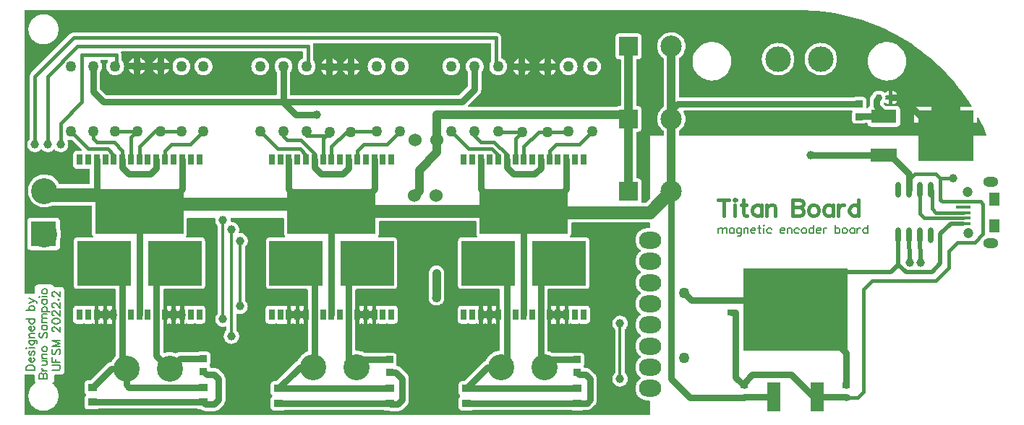
<source format=gtl>
G04 Layer: TopLayer*
G04 EasyEDA v6.5.22, 2023-01-26 14:10:14*
G04 b877e135513245ca8f96004f63138494,c6a1bf633b9a4ba285e4988a7d74c357,10*
G04 Gerber Generator version 0.2*
G04 Scale: 100 percent, Rotated: No, Reflected: No *
G04 Dimensions in millimeters *
G04 leading zeros omitted , absolute positions ,4 integer and 5 decimal *
%FSLAX45Y45*%
%MOMM*%

%AMMACRO1*21,1,$1,$2,0,0,$3*%
%ADD10C,0.2000*%
%ADD11C,0.4000*%
%ADD12C,0.1500*%
%ADD13C,0.4500*%
%ADD14C,1.5000*%
%ADD15C,1.0000*%
%ADD16C,0.7500*%
%ADD17C,0.3500*%
%ADD18C,0.5000*%
%ADD19R,12.1996X9.7511*%
%ADD20R,1.6002X3.5001*%
%ADD21R,0.6000X0.7000*%
%ADD22R,1.0000X0.8999*%
%ADD23MACRO1,5.9995X6.4999X90.0000*%
%ADD24R,3.0000X1.6000*%
%ADD25MACRO1,1.6002X3.0023X90.0000*%
%ADD26MACRO1,0.864X0.8065X0.0000*%
%ADD27R,0.8640X0.8065*%
%ADD28R,0.6706X1.3005*%
%ADD29R,10.2997X5.2502*%
%ADD30R,6.2306X5.2502*%
%ADD31O,0.6299962X1.8649950000000002*%
%ADD32R,1.8000X0.4000*%
%ADD33R,1.3000X1.6000*%
%ADD34R,0.9000X0.8000*%
%ADD35C,1.2700*%
%ADD36O,2.5999948X1.9999959999999999*%
%ADD37C,3.0480*%
%ADD38C,3.0000*%
%ADD39C,2.5000*%
%ADD40R,2.2200X2.2200*%
%ADD41C,1.2000*%
%ADD42O,1.7999964X1.1999976*%
%ADD43C,1.5240*%
%ADD44R,3.0000X3.0000*%
%ADD45R,0.0127X3.0000*%

%LPD*%
G36*
X36068Y25908D02*
G01*
X32156Y26670D01*
X28905Y28905D01*
X26670Y32156D01*
X25958Y36068D01*
X25958Y489356D01*
X26670Y493217D01*
X28905Y496519D01*
X32156Y498703D01*
X36068Y499516D01*
X133756Y499516D01*
X137668Y498703D01*
X140970Y496519D01*
X143205Y493217D01*
X143916Y489356D01*
X143916Y440588D01*
X144780Y432206D01*
X147116Y424586D01*
X150774Y417626D01*
X155600Y411784D01*
X157530Y408025D01*
X157835Y403809D01*
X156362Y399897D01*
X153416Y396849D01*
X149250Y394157D01*
X136093Y383997D01*
X133604Y381812D01*
X121564Y370179D01*
X108712Y354736D01*
X106730Y351993D01*
X97739Y337972D01*
X96012Y334975D01*
X88646Y320040D01*
X87325Y316890D01*
X81788Y301193D01*
X80822Y297891D01*
X77012Y281635D01*
X76454Y278333D01*
X74523Y261721D01*
X74371Y241655D01*
X74523Y238252D01*
X76454Y221691D01*
X77012Y218338D01*
X80822Y202082D01*
X81788Y198831D01*
X87325Y183083D01*
X88646Y179984D01*
X96012Y164998D01*
X106730Y148031D01*
X108712Y145288D01*
X121564Y129844D01*
X136093Y115976D01*
X149301Y105816D01*
X152146Y103885D01*
X166420Y95250D01*
X169418Y93675D01*
X187807Y85496D01*
X203606Y80365D01*
X206908Y79502D01*
X223316Y76200D01*
X226669Y75692D01*
X243332Y74269D01*
X246634Y74168D01*
X263398Y74625D01*
X266750Y74930D01*
X283210Y77317D01*
X286562Y77978D01*
X305968Y83261D01*
X321513Y89357D01*
X324561Y90728D01*
X339344Y98552D01*
X342239Y100279D01*
X358749Y111760D01*
X371348Y122732D01*
X373786Y125069D01*
X385064Y137363D01*
X387197Y140004D01*
X397002Y153517D01*
X398830Y156362D01*
X407060Y170891D01*
X408584Y173939D01*
X416204Y192481D01*
X421690Y211836D01*
X424535Y228244D01*
X424891Y231648D01*
X425805Y248310D01*
X425805Y251714D01*
X424891Y268376D01*
X424535Y271729D01*
X421690Y288188D01*
X416204Y307492D01*
X415035Y310692D01*
X408584Y326085D01*
X407060Y329133D01*
X398830Y343662D01*
X397002Y346506D01*
X387197Y360019D01*
X385064Y362610D01*
X373786Y374904D01*
X371348Y377291D01*
X357276Y389382D01*
X354584Y392430D01*
X353364Y396240D01*
X353720Y400253D01*
X355498Y403809D01*
X364947Y411480D01*
X369976Y417626D01*
X373634Y424586D01*
X375970Y432206D01*
X376834Y440588D01*
X376834Y489407D01*
X377545Y493318D01*
X379780Y496620D01*
X383082Y498805D01*
X386994Y499567D01*
X454050Y499567D01*
X462381Y500380D01*
X470001Y502716D01*
X476961Y506425D01*
X483158Y511454D01*
X488188Y517601D01*
X491845Y524611D01*
X494182Y532180D01*
X495046Y540562D01*
X495046Y1485950D01*
X494182Y1494332D01*
X491845Y1501902D01*
X488188Y1508912D01*
X483158Y1515059D01*
X476961Y1520088D01*
X470001Y1523796D01*
X462381Y1526133D01*
X454050Y1526946D01*
X381355Y1526946D01*
X377799Y1527606D01*
X374700Y1529435D01*
X372414Y1532331D01*
X369976Y1536903D01*
X364947Y1543050D01*
X358800Y1548079D01*
X351790Y1551838D01*
X344170Y1554124D01*
X335838Y1554937D01*
X184912Y1554937D01*
X176580Y1554124D01*
X168960Y1551838D01*
X161950Y1548079D01*
X155854Y1543050D01*
X150774Y1536903D01*
X147116Y1529943D01*
X144780Y1522323D01*
X143916Y1513941D01*
X143916Y1455216D01*
X143205Y1451356D01*
X140970Y1448054D01*
X137668Y1445869D01*
X133756Y1445056D01*
X36068Y1445056D01*
X32156Y1445869D01*
X28905Y1448054D01*
X26670Y1451356D01*
X25958Y1455216D01*
X25958Y4763922D01*
X26670Y4767834D01*
X28905Y4771085D01*
X32156Y4773320D01*
X36068Y4774082D01*
X9099702Y4774082D01*
X9169247Y4773066D01*
X9238183Y4770069D01*
X9307118Y4765040D01*
X9375800Y4758029D01*
X9444228Y4748987D01*
X9512452Y4737963D01*
X9580270Y4725009D01*
X9647631Y4710023D01*
X9714636Y4693158D01*
X9781082Y4674311D01*
X9846868Y4653534D01*
X9912146Y4630826D01*
X9976713Y4606290D01*
X10040518Y4579823D01*
X10103459Y4551578D01*
X10165638Y4521454D01*
X10226852Y4489602D01*
X10287152Y4455922D01*
X10346486Y4420514D01*
X10404754Y4383430D01*
X10461802Y4344619D01*
X10517835Y4304182D01*
X10572597Y4262170D01*
X10626191Y4218533D01*
X10678363Y4173372D01*
X10729264Y4126737D01*
X10778845Y4078579D01*
X10826902Y4029049D01*
X10873638Y3978148D01*
X10918748Y3925874D01*
X10962335Y3872331D01*
X11004397Y3817569D01*
X11044834Y3761587D01*
X11083645Y3704437D01*
X11114379Y3656126D01*
X11115852Y3652113D01*
X11115497Y3647795D01*
X11113465Y3644036D01*
X11109960Y3641445D01*
X11105743Y3640531D01*
X10980572Y3640531D01*
X10980572Y3456381D01*
X11177168Y3456381D01*
X11177168Y3509162D01*
X11178184Y3513480D01*
X11180927Y3517036D01*
X11184991Y3519017D01*
X11189462Y3519068D01*
X11193526Y3517239D01*
X11196370Y3513836D01*
X11221618Y3465322D01*
X11251692Y3403142D01*
X11279936Y3340150D01*
X11290808Y3314039D01*
X11291570Y3310128D01*
X11290808Y3306267D01*
X11288623Y3302965D01*
X11285270Y3300780D01*
X11281410Y3299968D01*
X7700670Y3299968D01*
X7696708Y3300780D01*
X7693507Y3302965D01*
X7691272Y3306267D01*
X7690459Y3310128D01*
X7690459Y3356356D01*
X7691018Y3359505D01*
X7692491Y3362401D01*
X7694777Y3364636D01*
X7702143Y3369818D01*
X7715402Y3381400D01*
X7727340Y3394354D01*
X7737856Y3408527D01*
X7746847Y3423665D01*
X7754112Y3439718D01*
X7759649Y3456432D01*
X7763408Y3473653D01*
X7765186Y3491179D01*
X7765186Y3508806D01*
X7763408Y3526332D01*
X7759649Y3543554D01*
X7754112Y3560267D01*
X7746847Y3576320D01*
X7743444Y3582060D01*
X7742072Y3586073D01*
X7742529Y3590290D01*
X7744663Y3593998D01*
X7748066Y3596487D01*
X7752181Y3597351D01*
X9711486Y3597351D01*
X9715550Y3596538D01*
X9718954Y3594100D01*
X9721088Y3590544D01*
X9721646Y3586429D01*
X9720427Y3582415D01*
X9719411Y3580485D01*
X9717125Y3572865D01*
X9716262Y3564483D01*
X9716262Y3484829D01*
X9717125Y3476447D01*
X9719411Y3468878D01*
X9723170Y3461867D01*
X9728149Y3455720D01*
X9734346Y3450691D01*
X9741306Y3446983D01*
X9748875Y3444646D01*
X9757308Y3443833D01*
X9842652Y3443833D01*
X9851085Y3444646D01*
X9858654Y3446983D01*
X9863074Y3449269D01*
X9865360Y3450183D01*
X9867849Y3450488D01*
X9888372Y3450488D01*
X9892080Y3449828D01*
X9895179Y3447846D01*
X9897465Y3444900D01*
X9900920Y3433013D01*
X9904577Y3426053D01*
X9909657Y3419906D01*
X9915804Y3414877D01*
X9922814Y3411118D01*
X9930333Y3408832D01*
X9938715Y3408019D01*
X10237724Y3408019D01*
X10246106Y3408832D01*
X10253726Y3411118D01*
X10260736Y3414877D01*
X10266883Y3419906D01*
X10271861Y3426053D01*
X10275620Y3433013D01*
X10277957Y3440633D01*
X10278770Y3449015D01*
X10278770Y3608019D01*
X10277957Y3616401D01*
X10275620Y3624021D01*
X10271861Y3630980D01*
X10266883Y3637127D01*
X10260736Y3642156D01*
X10253726Y3645915D01*
X10246106Y3648201D01*
X10237724Y3649014D01*
X10115499Y3649014D01*
X10111638Y3649776D01*
X10108336Y3652012D01*
X10088473Y3671824D01*
X10086340Y3674922D01*
X10085527Y3678529D01*
X10086035Y3682237D01*
X10087813Y3685489D01*
X10092131Y3690721D01*
X10095636Y3693464D01*
X10099954Y3694429D01*
X10104374Y3693414D01*
X10107777Y3690721D01*
X10111384Y3686403D01*
X10117531Y3681323D01*
X10124541Y3677615D01*
X10132060Y3675329D01*
X10140442Y3674465D01*
X10148620Y3674465D01*
X10148620Y3726129D01*
X10116870Y3726129D01*
X10112756Y3727043D01*
X10109352Y3729532D01*
X10107218Y3733241D01*
X10106863Y3737457D01*
X10107879Y3747058D01*
X10107422Y3758742D01*
X10106863Y3761790D01*
X10107015Y3766210D01*
X10109047Y3770172D01*
X10112552Y3772865D01*
X10116870Y3773830D01*
X10148620Y3773830D01*
X10148620Y3825494D01*
X10140442Y3825494D01*
X10132060Y3824681D01*
X10124541Y3822395D01*
X10117531Y3818636D01*
X10111384Y3813606D01*
X10107879Y3809288D01*
X10104374Y3806545D01*
X10099954Y3805580D01*
X10095636Y3806545D01*
X10092131Y3809288D01*
X10088626Y3813606D01*
X10082479Y3818636D01*
X10075468Y3822395D01*
X10067848Y3824681D01*
X10059466Y3825494D01*
X10050170Y3825494D01*
X10048240Y3825697D01*
X10038740Y3827475D01*
X10027056Y3827932D01*
X10015474Y3826611D01*
X10010038Y3825494D01*
X10000488Y3825494D01*
X9992106Y3824681D01*
X9984536Y3822395D01*
X9977475Y3818636D01*
X9971379Y3813606D01*
X9966350Y3807460D01*
X9962642Y3800500D01*
X9960051Y3792067D01*
X9959035Y3789832D01*
X9957562Y3787901D01*
X9942880Y3773119D01*
X9937140Y3766159D01*
X9935667Y3764076D01*
X9930892Y3756253D01*
X9929774Y3754018D01*
X9925456Y3743147D01*
X9923272Y3734308D01*
X9922865Y3731818D01*
X9921951Y3719880D01*
X9921951Y3651554D01*
X9921341Y3647998D01*
X9919462Y3644849D01*
X9915804Y3642156D01*
X9909657Y3637127D01*
X9904577Y3630980D01*
X9902545Y3627018D01*
X9899954Y3623970D01*
X9896500Y3622090D01*
X9892588Y3621735D01*
X9888728Y3622852D01*
X9885730Y3625392D01*
X9883851Y3628898D01*
X9883394Y3632809D01*
X9883698Y3635501D01*
X9883698Y3715156D01*
X9882835Y3723538D01*
X9880549Y3731107D01*
X9876790Y3738118D01*
X9871811Y3744264D01*
X9865664Y3749294D01*
X9858654Y3753002D01*
X9851085Y3755339D01*
X9842652Y3756151D01*
X9757308Y3756151D01*
X9748875Y3755339D01*
X9743998Y3753815D01*
X9741052Y3753408D01*
X7700670Y3753408D01*
X7696708Y3754170D01*
X7693507Y3756355D01*
X7691272Y3759657D01*
X7690459Y3763568D01*
X7690459Y4206341D01*
X7691018Y4209542D01*
X7692491Y4212386D01*
X7694777Y4214622D01*
X7702143Y4219803D01*
X7715402Y4231436D01*
X7727340Y4244340D01*
X7737856Y4258513D01*
X7746847Y4273702D01*
X7754112Y4289704D01*
X7759649Y4306468D01*
X7763357Y4323689D01*
X7765186Y4341164D01*
X7765186Y4358792D01*
X7763357Y4376318D01*
X7759649Y4393539D01*
X7754112Y4410252D01*
X7746847Y4426305D01*
X7737856Y4441494D01*
X7727340Y4455617D01*
X7715402Y4468571D01*
X7702143Y4480153D01*
X7687767Y4490313D01*
X7672324Y4498848D01*
X7656118Y4505655D01*
X7639202Y4510786D01*
X7621981Y4514037D01*
X7604404Y4515408D01*
X7586725Y4514951D01*
X7569250Y4512614D01*
X7552232Y4508449D01*
X7535570Y4502454D01*
X7519822Y4494784D01*
X7504836Y4485436D01*
X7491018Y4474565D01*
X7478318Y4462272D01*
X7467092Y4448708D01*
X7457338Y4434027D01*
X7449261Y4418380D01*
X7442809Y4401972D01*
X7438186Y4384954D01*
X7435443Y4367580D01*
X7434427Y4350004D01*
X7435443Y4332376D01*
X7438186Y4315002D01*
X7442809Y4298035D01*
X7449261Y4281627D01*
X7457338Y4265980D01*
X7467092Y4251299D01*
X7478318Y4237736D01*
X7491018Y4225442D01*
X7505547Y4214063D01*
X7507681Y4211828D01*
X7508951Y4209084D01*
X7509408Y4206036D01*
X7509408Y3643934D01*
X7508951Y3640886D01*
X7507681Y3638143D01*
X7505547Y3635908D01*
X7491018Y3624529D01*
X7478318Y3612235D01*
X7467092Y3598672D01*
X7457338Y3583990D01*
X7449312Y3568395D01*
X7442809Y3551986D01*
X7438186Y3534968D01*
X7435443Y3517595D01*
X7434427Y3499967D01*
X7435443Y3482390D01*
X7438186Y3465017D01*
X7442809Y3447999D01*
X7449312Y3431590D01*
X7457338Y3415995D01*
X7467092Y3401314D01*
X7478318Y3387750D01*
X7491018Y3375456D01*
X7505547Y3364077D01*
X7507681Y3361842D01*
X7508951Y3359099D01*
X7509509Y3356051D01*
X7509509Y3310128D01*
X7508697Y3306267D01*
X7506462Y3302965D01*
X7503159Y3300780D01*
X7499299Y3299968D01*
X7350963Y3299968D01*
X7349947Y3299002D01*
X7349947Y2567686D01*
X7349185Y2563774D01*
X7347000Y2560472D01*
X7305040Y2518511D01*
X7301788Y2516327D01*
X7297877Y2515565D01*
X7259675Y2515565D01*
X7255967Y2516276D01*
X7252766Y2518257D01*
X7250531Y2521305D01*
X7249515Y2524912D01*
X7249922Y2528671D01*
X7250734Y2531110D01*
X7251547Y2539492D01*
X7251547Y2760472D01*
X7250734Y2768904D01*
X7248347Y2776474D01*
X7244638Y2783484D01*
X7239609Y2789631D01*
X7233513Y2794660D01*
X7226452Y2798368D01*
X7218883Y2800705D01*
X7210501Y2801518D01*
X7200696Y2801518D01*
X7196785Y2802280D01*
X7193483Y2804464D01*
X7191298Y2807766D01*
X7190536Y2811678D01*
X7190536Y3338322D01*
X7191298Y3342182D01*
X7193483Y3345484D01*
X7196785Y3347720D01*
X7200696Y3348482D01*
X7210501Y3348482D01*
X7218883Y3349294D01*
X7226452Y3351631D01*
X7233513Y3355340D01*
X7239609Y3360369D01*
X7244638Y3366515D01*
X7248347Y3373526D01*
X7250734Y3381095D01*
X7251547Y3389477D01*
X7251547Y3610508D01*
X7250734Y3618890D01*
X7248347Y3626459D01*
X7244638Y3633470D01*
X7239609Y3639616D01*
X7233513Y3644646D01*
X7226452Y3648354D01*
X7218883Y3650691D01*
X7210501Y3651504D01*
X7200696Y3651504D01*
X7196785Y3652265D01*
X7193483Y3654501D01*
X7191298Y3657803D01*
X7190536Y3661664D01*
X7190536Y4188307D01*
X7191298Y4192219D01*
X7193483Y4195521D01*
X7196785Y4197705D01*
X7200696Y4198467D01*
X7210501Y4198467D01*
X7218883Y4199280D01*
X7226452Y4201617D01*
X7233513Y4205325D01*
X7239609Y4210354D01*
X7244638Y4216501D01*
X7248347Y4223512D01*
X7250633Y4231081D01*
X7251547Y4239514D01*
X7251547Y4460494D01*
X7250633Y4468876D01*
X7248347Y4476496D01*
X7244638Y4483455D01*
X7239609Y4489602D01*
X7233513Y4494631D01*
X7226452Y4498390D01*
X7218883Y4500676D01*
X7210501Y4501489D01*
X6989470Y4501489D01*
X6981088Y4500676D01*
X6973468Y4498390D01*
X6966559Y4494631D01*
X6960362Y4489602D01*
X6955332Y4483455D01*
X6951624Y4476496D01*
X6949338Y4468876D01*
X6948525Y4460494D01*
X6948525Y4239514D01*
X6949338Y4231081D01*
X6951624Y4223512D01*
X6955332Y4216501D01*
X6960362Y4210354D01*
X6966559Y4205325D01*
X6973468Y4201617D01*
X6981088Y4199280D01*
X6989470Y4198467D01*
X6999325Y4198467D01*
X7003186Y4197705D01*
X7006488Y4195521D01*
X7008723Y4192219D01*
X7009434Y4188307D01*
X7009434Y3661664D01*
X7008723Y3657803D01*
X7006488Y3654501D01*
X7003186Y3652265D01*
X6999325Y3651504D01*
X6989470Y3651504D01*
X6981088Y3650691D01*
X6973468Y3648354D01*
X6966559Y3644646D01*
X6964172Y3642715D01*
X6961124Y3640988D01*
X6957720Y3640429D01*
X5225288Y3640429D01*
X5221427Y3641191D01*
X5218074Y3643376D01*
X5215890Y3646678D01*
X5215128Y3650589D01*
X5215890Y3654450D01*
X5218074Y3657752D01*
X5354370Y3794150D01*
X5360263Y3801160D01*
X5361736Y3803243D01*
X5367528Y3813301D01*
X5371033Y3821734D01*
X5374081Y3833012D01*
X5375351Y3844594D01*
X5375351Y4043070D01*
X5376011Y4046677D01*
X5377840Y4049776D01*
X5379770Y4051960D01*
X5387340Y4063288D01*
X5393385Y4075480D01*
X5397754Y4088384D01*
X5400395Y4101693D01*
X5401310Y4115308D01*
X5400395Y4128871D01*
X5397754Y4142181D01*
X5393385Y4155084D01*
X5387340Y4167276D01*
X5379770Y4178604D01*
X5370880Y4188815D01*
X5360568Y4197807D01*
X5349341Y4205325D01*
X5337098Y4211370D01*
X5324195Y4215739D01*
X5310835Y4218381D01*
X5297322Y4219295D01*
X5283708Y4218381D01*
X5270347Y4215739D01*
X5257495Y4211370D01*
X5245354Y4205325D01*
X5234025Y4197807D01*
X5223814Y4188815D01*
X5214772Y4178604D01*
X5207254Y4167276D01*
X5201259Y4155084D01*
X5196840Y4142181D01*
X5194147Y4128871D01*
X5193334Y4115308D01*
X5194147Y4101693D01*
X5196840Y4088384D01*
X5201259Y4075480D01*
X5207254Y4063288D01*
X5214772Y4051960D01*
X5216804Y4049674D01*
X5218633Y4046575D01*
X5219293Y4042968D01*
X5219293Y3883863D01*
X5218531Y3879951D01*
X5216347Y3876700D01*
X5120640Y3780993D01*
X5117388Y3778808D01*
X5113528Y3778046D01*
X3146806Y3778046D01*
X3142843Y3778808D01*
X3139541Y3780993D01*
X3137408Y3784295D01*
X3136595Y3788206D01*
X3136595Y4042968D01*
X3137306Y4046524D01*
X3139135Y4049674D01*
X3141167Y4051960D01*
X3148736Y4063288D01*
X3154781Y4075480D01*
X3159150Y4088384D01*
X3161792Y4101693D01*
X3162604Y4115308D01*
X3161792Y4128871D01*
X3159150Y4142181D01*
X3154781Y4155084D01*
X3148736Y4167276D01*
X3141167Y4178604D01*
X3132175Y4188815D01*
X3121964Y4197807D01*
X3110636Y4205325D01*
X3098495Y4211370D01*
X3085592Y4215739D01*
X3072231Y4218381D01*
X3058617Y4219295D01*
X3045104Y4218381D01*
X3031744Y4215739D01*
X3018891Y4211370D01*
X3006648Y4205325D01*
X2995320Y4197807D01*
X2985109Y4188815D01*
X2976168Y4178604D01*
X2968650Y4167276D01*
X2962554Y4155084D01*
X2958236Y4142181D01*
X2955544Y4128871D01*
X2954629Y4115308D01*
X2955544Y4101693D01*
X2958236Y4088384D01*
X2962554Y4075480D01*
X2968650Y4063288D01*
X2976168Y4051960D01*
X2978099Y4049826D01*
X2979928Y4046677D01*
X2980588Y4043121D01*
X2980588Y3788206D01*
X2979775Y3784295D01*
X2977642Y3780993D01*
X2974340Y3778808D01*
X2970377Y3778046D01*
X986434Y3778046D01*
X982522Y3778808D01*
X979220Y3780993D01*
X911707Y3848506D01*
X909574Y3851757D01*
X908812Y3855669D01*
X908812Y4043172D01*
X909421Y4046728D01*
X911250Y4049877D01*
X913180Y4051960D01*
X920699Y4063288D01*
X926744Y4075480D01*
X931113Y4088384D01*
X933754Y4101693D01*
X934669Y4115308D01*
X933754Y4128871D01*
X931113Y4142181D01*
X926744Y4155084D01*
X920699Y4167276D01*
X916482Y4173626D01*
X914908Y4177690D01*
X915162Y4182008D01*
X917143Y4185869D01*
X920648Y4188510D01*
X924915Y4189425D01*
X994765Y4189476D01*
X998982Y4188510D01*
X1002487Y4185869D01*
X1004519Y4182059D01*
X1004722Y4177690D01*
X1003147Y4173626D01*
X998931Y4167276D01*
X992886Y4155084D01*
X988517Y4142181D01*
X985926Y4128871D01*
X985012Y4115308D01*
X985926Y4101693D01*
X988517Y4088384D01*
X992886Y4075480D01*
X998931Y4063288D01*
X1006500Y4051960D01*
X1015441Y4041749D01*
X1025652Y4032808D01*
X1037031Y4025239D01*
X1049172Y4019194D01*
X1062075Y4014825D01*
X1075385Y4012184D01*
X1088948Y4011320D01*
X1102563Y4012184D01*
X1115872Y4014825D01*
X1128776Y4019194D01*
X1141018Y4025239D01*
X1152245Y4032808D01*
X1162558Y4041749D01*
X1171498Y4051960D01*
X1179017Y4063288D01*
X1185011Y4075480D01*
X1189431Y4088384D01*
X1192072Y4101693D01*
X1192936Y4115308D01*
X1192072Y4128871D01*
X1189431Y4142181D01*
X1185011Y4155084D01*
X1179017Y4167276D01*
X1171498Y4178604D01*
X1163015Y4188206D01*
X1161186Y4191355D01*
X1160526Y4194911D01*
X1160526Y4249775D01*
X1160272Y4255008D01*
X1159713Y4259935D01*
X1158697Y4264863D01*
X1157224Y4269587D01*
X1154836Y4275531D01*
X1154074Y4279392D01*
X1154836Y4283252D01*
X1157122Y4286554D01*
X1160424Y4288739D01*
X1164285Y4289501D01*
X3279292Y4289501D01*
X3283204Y4288688D01*
X3286506Y4286504D01*
X3288690Y4283202D01*
X3289452Y4279341D01*
X3289452Y4216603D01*
X3288792Y4212945D01*
X3286760Y4209745D01*
X3283813Y4207510D01*
X3279394Y4205325D01*
X3268065Y4197807D01*
X3257854Y4188815D01*
X3248863Y4178604D01*
X3241294Y4167276D01*
X3235350Y4155084D01*
X3230981Y4142181D01*
X3228340Y4128871D01*
X3227425Y4115308D01*
X3228340Y4101693D01*
X3230981Y4088384D01*
X3235350Y4075480D01*
X3241294Y4063288D01*
X3248863Y4051960D01*
X3257854Y4041749D01*
X3268065Y4032758D01*
X3279394Y4025239D01*
X3291636Y4019194D01*
X3304438Y4014825D01*
X3317798Y4012184D01*
X3331413Y4011269D01*
X3344926Y4012184D01*
X3358286Y4014825D01*
X3371138Y4019194D01*
X3383381Y4025239D01*
X3394710Y4032758D01*
X3404920Y4041749D01*
X3413861Y4051960D01*
X3421481Y4063288D01*
X3427476Y4075480D01*
X3431794Y4088384D01*
X3434486Y4101693D01*
X3435400Y4115308D01*
X3434486Y4128871D01*
X3431794Y4142181D01*
X3427476Y4155084D01*
X3421481Y4167276D01*
X3411118Y4182770D01*
X3410458Y4186326D01*
X3410458Y4349750D01*
X3410254Y4354982D01*
X3409645Y4359910D01*
X3408629Y4364837D01*
X3407257Y4369562D01*
X3404768Y4375607D01*
X3404006Y4379468D01*
X3404819Y4383328D01*
X3407054Y4386630D01*
X3410356Y4388815D01*
X3414217Y4389577D01*
X5479338Y4389526D01*
X5483250Y4388713D01*
X5486552Y4386529D01*
X5488736Y4383227D01*
X5489498Y4379366D01*
X5489600Y4181297D01*
X5489092Y4178350D01*
X5487822Y4175658D01*
X5482285Y4167276D01*
X5476240Y4155084D01*
X5471820Y4142181D01*
X5469229Y4128871D01*
X5468315Y4115308D01*
X5469229Y4101693D01*
X5471820Y4088384D01*
X5476240Y4075480D01*
X5482285Y4063288D01*
X5489752Y4051960D01*
X5498795Y4041749D01*
X5509006Y4032758D01*
X5520334Y4025239D01*
X5532475Y4019194D01*
X5545429Y4014825D01*
X5558688Y4012184D01*
X5572302Y4011269D01*
X5585917Y4012184D01*
X5599176Y4014825D01*
X5612079Y4019194D01*
X5624322Y4025239D01*
X5635650Y4032758D01*
X5645861Y4041749D01*
X5654852Y4051960D01*
X5662320Y4063288D01*
X5668365Y4075480D01*
X5672785Y4088384D01*
X5675376Y4101693D01*
X5676290Y4115308D01*
X5675376Y4128871D01*
X5672785Y4142181D01*
X5668365Y4155084D01*
X5662320Y4167276D01*
X5654852Y4178604D01*
X5645861Y4188815D01*
X5635650Y4197807D01*
X5624322Y4205325D01*
X5616194Y4209338D01*
X5613247Y4211574D01*
X5611215Y4214723D01*
X5610606Y4218432D01*
X5610504Y4449775D01*
X5610301Y4454956D01*
X5609691Y4459986D01*
X5608675Y4464812D01*
X5607202Y4469638D01*
X5605424Y4474260D01*
X5603240Y4478782D01*
X5600649Y4483049D01*
X5597702Y4487164D01*
X5594502Y4490923D01*
X5590997Y4494530D01*
X5587136Y4497730D01*
X5583072Y4500676D01*
X5578856Y4503166D01*
X5574233Y4505401D01*
X5569712Y4507230D01*
X5564835Y4508652D01*
X5559958Y4509668D01*
X5554929Y4510278D01*
X5549849Y4510481D01*
X600151Y4510582D01*
X590143Y4509820D01*
X580440Y4507382D01*
X573125Y4504334D01*
X571246Y4503369D01*
X564489Y4499203D01*
X556869Y4492650D01*
X107492Y4042968D01*
X100888Y4035298D01*
X95808Y4026763D01*
X92710Y4019448D01*
X90271Y4009745D01*
X89560Y3999687D01*
X89560Y3271520D01*
X88646Y3267405D01*
X86207Y3264001D01*
X84886Y3262833D01*
X76809Y3253181D01*
X70104Y3242462D01*
X64922Y3230930D01*
X61467Y3218789D01*
X59740Y3206292D01*
X59740Y3193694D01*
X61467Y3181197D01*
X64922Y3169056D01*
X70104Y3157524D01*
X76809Y3146806D01*
X84886Y3137154D01*
X94335Y3128670D01*
X104800Y3121609D01*
X116078Y3116072D01*
X128117Y3112211D01*
X140512Y3109976D01*
X153111Y3109569D01*
X165760Y3110890D01*
X178003Y3113938D01*
X189687Y3118662D01*
X200558Y3124962D01*
X210566Y3132734D01*
X217678Y3140151D01*
X221183Y3142538D01*
X225399Y3143250D01*
X229463Y3142234D01*
X232765Y3139643D01*
X234899Y3137154D01*
X244297Y3128670D01*
X254711Y3121609D01*
X266090Y3116072D01*
X278130Y3112211D01*
X290525Y3109976D01*
X303123Y3109569D01*
X315722Y3110890D01*
X327964Y3113938D01*
X339699Y3118662D01*
X350570Y3124962D01*
X360578Y3132734D01*
X367690Y3140151D01*
X371195Y3142538D01*
X375361Y3143250D01*
X379425Y3142234D01*
X382778Y3139643D01*
X384860Y3137154D01*
X394309Y3128670D01*
X404723Y3121609D01*
X416051Y3116072D01*
X428142Y3112211D01*
X440537Y3109976D01*
X453135Y3109569D01*
X465734Y3110890D01*
X477977Y3113938D01*
X489661Y3118662D01*
X500583Y3124962D01*
X510590Y3132734D01*
X519328Y3141827D01*
X526745Y3152038D01*
X532688Y3163163D01*
X537006Y3175050D01*
X539597Y3187395D01*
X540461Y3199993D01*
X539597Y3212592D01*
X537006Y3224936D01*
X532688Y3236823D01*
X531520Y3239008D01*
X530301Y3242868D01*
X530758Y3246882D01*
X532688Y3250387D01*
X535889Y3252876D01*
X539699Y3253943D01*
X543763Y3253435D01*
X545388Y3252825D01*
X558698Y3250184D01*
X572312Y3249320D01*
X584962Y3250133D01*
X589280Y3249523D01*
X592836Y3247186D01*
X696569Y3143504D01*
X698754Y3140202D01*
X699516Y3136290D01*
X698754Y3132429D01*
X696569Y3129127D01*
X693267Y3126943D01*
X689356Y3126130D01*
X638200Y3126130D01*
X629869Y3125317D01*
X622249Y3123031D01*
X615238Y3119272D01*
X609142Y3114243D01*
X604062Y3108096D01*
X600405Y3101136D01*
X598068Y3093516D01*
X597204Y3085134D01*
X597204Y2956102D01*
X598068Y2947670D01*
X600405Y2940100D01*
X604062Y2933090D01*
X609142Y2926994D01*
X615238Y2921965D01*
X622249Y2918206D01*
X629869Y2915920D01*
X638200Y2915056D01*
X704291Y2915056D01*
X712724Y2915920D01*
X719124Y2917850D01*
X722122Y2918307D01*
X725068Y2917850D01*
X731469Y2915920D01*
X739800Y2915056D01*
X783742Y2915056D01*
X787654Y2914294D01*
X790956Y2912110D01*
X793089Y2908808D01*
X793902Y2904896D01*
X793902Y2742488D01*
X793089Y2738577D01*
X790956Y2735275D01*
X787654Y2733090D01*
X783742Y2732328D01*
X442976Y2732328D01*
X439318Y2733040D01*
X436067Y2735021D01*
X433882Y2738069D01*
X429717Y2746552D01*
X419760Y2762961D01*
X408127Y2778302D01*
X395020Y2792374D01*
X380644Y2805125D01*
X365048Y2816352D01*
X348386Y2825953D01*
X330860Y2833878D01*
X312572Y2839974D01*
X293827Y2844292D01*
X274777Y2846679D01*
X255574Y2847136D01*
X236321Y2845714D01*
X217474Y2842361D01*
X198932Y2837180D01*
X181000Y2830118D01*
X163880Y2821381D01*
X147777Y2810916D01*
X132689Y2798927D01*
X118922Y2785516D01*
X106629Y2770784D01*
X95758Y2754884D01*
X86563Y2738018D01*
X79044Y2720289D01*
X73456Y2701899D01*
X69596Y2683052D01*
X67665Y2663901D01*
X67665Y2644698D01*
X69596Y2625547D01*
X73456Y2606700D01*
X79044Y2588310D01*
X86563Y2570581D01*
X95758Y2553716D01*
X106629Y2537815D01*
X118922Y2523083D01*
X132689Y2509672D01*
X147777Y2497683D01*
X163880Y2487218D01*
X181000Y2478481D01*
X198932Y2471420D01*
X217474Y2466238D01*
X236321Y2462885D01*
X255574Y2461463D01*
X274777Y2461920D01*
X293827Y2464308D01*
X312572Y2468626D01*
X330860Y2474722D01*
X351536Y2484069D01*
X354177Y2484424D01*
X806704Y2484424D01*
X810564Y2483662D01*
X813866Y2481478D01*
X816000Y2478176D01*
X816864Y2474264D01*
X816864Y2154072D01*
X817625Y2145690D01*
X819912Y2138121D01*
X823721Y2131110D01*
X827735Y2126132D01*
X829614Y2122779D01*
X830071Y2119020D01*
X829106Y2115312D01*
X826820Y2112264D01*
X823671Y2110232D01*
X819912Y2109520D01*
X644702Y2109520D01*
X636320Y2108708D01*
X628751Y2106371D01*
X621741Y2102662D01*
X615645Y2097633D01*
X610616Y2091486D01*
X606856Y2084476D01*
X604520Y2076907D01*
X603758Y2068525D01*
X603758Y1544472D01*
X604520Y1536090D01*
X606856Y1528521D01*
X610616Y1521510D01*
X615645Y1515364D01*
X621741Y1510334D01*
X628751Y1506575D01*
X636320Y1504289D01*
X644702Y1503476D01*
X1083513Y1503476D01*
X1087374Y1502714D01*
X1090676Y1500479D01*
X1092911Y1497177D01*
X1093622Y1493316D01*
X1093622Y718566D01*
X1092708Y714248D01*
X1089964Y710742D01*
X1088644Y709625D01*
X1075232Y695858D01*
X1063244Y680872D01*
X1052880Y664718D01*
X1045971Y651256D01*
X1043940Y648512D01*
X1041095Y646633D01*
X1037691Y645769D01*
X1029919Y644906D01*
X1018692Y641959D01*
X1010259Y638454D01*
X1007973Y637286D01*
X1000150Y632612D01*
X998118Y631139D01*
X991108Y625297D01*
X800455Y434797D01*
X797204Y432562D01*
X793292Y431800D01*
X772820Y431800D01*
X764387Y430987D01*
X756869Y428650D01*
X749858Y424942D01*
X743661Y419912D01*
X738682Y413766D01*
X734923Y406755D01*
X732586Y399186D01*
X731824Y390804D01*
X731824Y301802D01*
X732586Y293420D01*
X734923Y285800D01*
X738682Y278790D01*
X743661Y272694D01*
X748030Y269138D01*
X750722Y265633D01*
X751687Y261264D01*
X750722Y256946D01*
X748030Y253441D01*
X743661Y249885D01*
X738682Y243789D01*
X734923Y236778D01*
X732586Y229158D01*
X731824Y220776D01*
X731824Y131775D01*
X732586Y123393D01*
X734923Y115824D01*
X738682Y108813D01*
X743661Y102666D01*
X749858Y97637D01*
X756869Y93929D01*
X764387Y91592D01*
X772820Y90779D01*
X871778Y90779D01*
X880160Y91592D01*
X887780Y93929D01*
X893724Y97078D01*
X896061Y97993D01*
X898550Y98298D01*
X2046122Y98298D01*
X2048611Y97993D01*
X2050897Y97078D01*
X2056790Y93929D01*
X2064461Y91643D01*
X2072792Y90779D01*
X2094433Y90779D01*
X2097735Y90271D01*
X2100630Y88696D01*
X2104644Y85547D01*
X2112314Y80924D01*
X2122982Y76301D01*
X2125472Y75488D01*
X2134311Y73304D01*
X2136800Y72898D01*
X2145893Y72034D01*
X2252726Y72034D01*
X2261768Y72898D01*
X2264308Y73304D01*
X2273147Y75488D01*
X2284018Y79806D01*
X2286304Y80924D01*
X2294128Y85648D01*
X2296160Y87122D01*
X2303170Y92964D01*
X2357069Y146812D01*
X2362911Y153822D01*
X2364384Y155905D01*
X2369058Y163728D01*
X2373731Y174396D01*
X2376678Y185674D01*
X2377135Y188214D01*
X2377998Y197256D01*
X2377897Y452577D01*
X2376627Y464210D01*
X2374392Y473303D01*
X2373680Y475488D01*
X2369058Y486206D01*
X2362911Y496062D01*
X2356916Y503326D01*
X2303272Y557174D01*
X2296464Y562864D01*
X2294229Y564489D01*
X2286609Y569061D01*
X2284120Y570331D01*
X2275941Y573735D01*
X2273249Y574598D01*
X2264613Y576783D01*
X2261920Y577240D01*
X2253081Y578104D01*
X2214524Y578154D01*
X2210409Y579069D01*
X2206904Y581609D01*
X2204872Y585368D01*
X2202942Y591769D01*
X2199182Y598779D01*
X2194204Y604875D01*
X2192477Y607872D01*
X2191816Y611276D01*
X2192477Y614730D01*
X2194204Y617728D01*
X2199182Y623824D01*
X2202942Y630834D01*
X2205228Y638403D01*
X2205990Y646785D01*
X2205990Y726440D01*
X2205228Y734822D01*
X2202942Y742442D01*
X2199182Y749401D01*
X2194102Y755548D01*
X2187956Y760577D01*
X2181047Y764336D01*
X2173427Y766622D01*
X2165045Y767435D01*
X2079650Y767435D01*
X2071268Y766622D01*
X2066086Y765098D01*
X2063140Y764641D01*
X1843582Y764590D01*
X1834438Y763727D01*
X1832000Y763320D01*
X1823059Y761136D01*
X1820672Y760323D01*
X1812289Y756818D01*
X1810054Y755700D01*
X1801723Y750671D01*
X1797659Y749249D01*
X1793493Y749655D01*
X1775460Y755192D01*
X1756613Y759002D01*
X1737461Y760882D01*
X1718310Y760882D01*
X1699158Y759002D01*
X1680311Y755192D01*
X1664106Y750214D01*
X1660347Y749757D01*
X1656740Y750773D01*
X1653692Y753008D01*
X1651711Y756208D01*
X1650949Y759917D01*
X1650949Y1493316D01*
X1651762Y1497177D01*
X1653997Y1500479D01*
X1657299Y1502714D01*
X1661160Y1503476D01*
X2099868Y1503476D01*
X2108250Y1504289D01*
X2115870Y1506575D01*
X2122881Y1510334D01*
X2129028Y1515364D01*
X2134006Y1521510D01*
X2137765Y1528521D01*
X2140102Y1536090D01*
X2140915Y1544472D01*
X2140915Y2068525D01*
X2140102Y2076907D01*
X2137765Y2084476D01*
X2134006Y2091486D01*
X2129028Y2097633D01*
X2122881Y2102662D01*
X2115870Y2106371D01*
X2108250Y2108708D01*
X2099868Y2109520D01*
X1924659Y2109520D01*
X1920951Y2110232D01*
X1917750Y2112264D01*
X1915515Y2115312D01*
X1914601Y2119020D01*
X1915058Y2122779D01*
X1916836Y2126132D01*
X1920951Y2131110D01*
X1924659Y2138121D01*
X1926945Y2145690D01*
X1927860Y2154072D01*
X1927860Y2324303D01*
X1928622Y2328214D01*
X1930806Y2331516D01*
X1934108Y2333701D01*
X1937969Y2334463D01*
X2249881Y2334463D01*
X2254097Y2333548D01*
X2257602Y2331008D01*
X2259634Y2327198D01*
X2259990Y2322880D01*
X2259279Y2317699D01*
X2259279Y2305100D01*
X2261006Y2292604D01*
X2264511Y2280462D01*
X2269591Y2268931D01*
X2276297Y2258212D01*
X2284374Y2248560D01*
X2288641Y2244750D01*
X2291130Y2241296D01*
X2292045Y2237181D01*
X2292045Y1223772D01*
X2291130Y1219606D01*
X2288641Y1216202D01*
X2284933Y1212850D01*
X2276754Y1203198D01*
X2270048Y1192479D01*
X2264968Y1180947D01*
X2261463Y1168806D01*
X2259736Y1156309D01*
X2259736Y1143660D01*
X2261463Y1131163D01*
X2264968Y1119073D01*
X2270048Y1107490D01*
X2276754Y1096822D01*
X2284933Y1087120D01*
X2294331Y1078687D01*
X2304745Y1071626D01*
X2316124Y1066088D01*
X2328113Y1062177D01*
X2340508Y1059992D01*
X2353157Y1059586D01*
X2365756Y1060907D01*
X2377998Y1063955D01*
X2381859Y1064717D01*
X2385822Y1063904D01*
X2389022Y1061720D01*
X2391257Y1058418D01*
X2391968Y1054557D01*
X2391968Y1023772D01*
X2391156Y1019606D01*
X2388666Y1016203D01*
X2384907Y1012850D01*
X2376779Y1003198D01*
X2370074Y992479D01*
X2364994Y980948D01*
X2361488Y968806D01*
X2359761Y956310D01*
X2359761Y943660D01*
X2361488Y931164D01*
X2364994Y919073D01*
X2370074Y907491D01*
X2376779Y896823D01*
X2384907Y887120D01*
X2394254Y878687D01*
X2404770Y871626D01*
X2416098Y866089D01*
X2428138Y862177D01*
X2440584Y859993D01*
X2453182Y859586D01*
X2465679Y860907D01*
X2477922Y863955D01*
X2489708Y868680D01*
X2500579Y874979D01*
X2510586Y882751D01*
X2519324Y891844D01*
X2526690Y902055D01*
X2532684Y913180D01*
X2537002Y925068D01*
X2539593Y937412D01*
X2540508Y950010D01*
X2539593Y962609D01*
X2537002Y974953D01*
X2532684Y986790D01*
X2526690Y997966D01*
X2519324Y1008176D01*
X2510891Y1016914D01*
X2508758Y1020165D01*
X2507996Y1023975D01*
X2507996Y1204722D01*
X2508758Y1208481D01*
X2510790Y1211681D01*
X2513888Y1213916D01*
X2517495Y1214882D01*
X2521356Y1214424D01*
X2528062Y1212189D01*
X2540508Y1210005D01*
X2553106Y1209548D01*
X2565704Y1210868D01*
X2577947Y1213916D01*
X2589631Y1218692D01*
X2600604Y1224991D01*
X2610561Y1232763D01*
X2619298Y1241856D01*
X2626715Y1252067D01*
X2632710Y1263192D01*
X2637028Y1275080D01*
X2639618Y1287424D01*
X2640533Y1299972D01*
X2639618Y1312570D01*
X2637028Y1324914D01*
X2632710Y1336802D01*
X2626715Y1347927D01*
X2619298Y1358138D01*
X2610916Y1366926D01*
X2608783Y1370177D01*
X2608072Y1373936D01*
X2608072Y1993798D01*
X2608529Y1996846D01*
X2609799Y1999589D01*
X2613202Y2002840D01*
X2622042Y2011934D01*
X2629408Y2022144D01*
X2635402Y2033270D01*
X2639720Y2045157D01*
X2642311Y2057501D01*
X2643225Y2070100D01*
X2642311Y2082698D01*
X2639720Y2095042D01*
X2635402Y2106930D01*
X2629408Y2118055D01*
X2622042Y2128266D01*
X2613202Y2137359D01*
X2603347Y2145131D01*
X2592324Y2151430D01*
X2580640Y2156155D01*
X2568397Y2159203D01*
X2555900Y2160524D01*
X2546400Y2160219D01*
X2542540Y2160828D01*
X2539238Y2162911D01*
X2536901Y2166112D01*
X2535986Y2169922D01*
X2539593Y2187397D01*
X2540508Y2199995D01*
X2539593Y2212594D01*
X2537002Y2224938D01*
X2532684Y2236825D01*
X2526792Y2247950D01*
X2519324Y2258161D01*
X2510586Y2267254D01*
X2500579Y2275027D01*
X2489708Y2281326D01*
X2477922Y2286050D01*
X2465679Y2289098D01*
X2453182Y2290419D01*
X2449779Y2290318D01*
X2445613Y2291029D01*
X2442108Y2293416D01*
X2439822Y2296972D01*
X2439263Y2301189D01*
X2440025Y2311400D01*
X2439162Y2323592D01*
X2439720Y2327706D01*
X2441854Y2331262D01*
X2445258Y2333650D01*
X2449220Y2334463D01*
X3056686Y2334463D01*
X3060547Y2333701D01*
X3063798Y2331516D01*
X3066084Y2328214D01*
X3066796Y2324303D01*
X3066796Y2154072D01*
X3067659Y2145690D01*
X3069945Y2138070D01*
X3073704Y2131110D01*
X3077768Y2126132D01*
X3079597Y2122779D01*
X3080054Y2119020D01*
X3079140Y2115312D01*
X3076854Y2112264D01*
X3073654Y2110232D01*
X3069945Y2109520D01*
X2894736Y2109520D01*
X2886354Y2108657D01*
X2878785Y2106371D01*
X2871724Y2102662D01*
X2865628Y2097582D01*
X2860598Y2091486D01*
X2856788Y2084476D01*
X2854502Y2076907D01*
X2853690Y2068474D01*
X2853690Y1544472D01*
X2854502Y1536090D01*
X2856788Y1528470D01*
X2860598Y1521510D01*
X2865628Y1515364D01*
X2871724Y1510334D01*
X2878785Y1506575D01*
X2886354Y1504289D01*
X2894736Y1503476D01*
X3333445Y1503476D01*
X3337407Y1502714D01*
X3340709Y1500479D01*
X3342894Y1497177D01*
X3343656Y1493316D01*
X3343656Y776020D01*
X3342894Y772160D01*
X3340709Y768858D01*
X3337458Y766673D01*
X3320338Y759460D01*
X3303422Y750265D01*
X3287522Y739394D01*
X3272790Y727049D01*
X3259328Y713282D01*
X3247390Y698246D01*
X3236976Y682091D01*
X3228136Y664972D01*
X3225393Y660247D01*
X3221990Y658012D01*
X3214319Y654710D01*
X3206496Y649986D01*
X3197402Y642721D01*
X2978099Y423468D01*
X2974898Y421284D01*
X2970936Y420522D01*
X2950514Y420522D01*
X2942132Y419658D01*
X2934462Y417372D01*
X2927502Y413613D01*
X2921406Y408584D01*
X2916377Y402488D01*
X2912567Y395478D01*
X2910281Y387858D01*
X2909468Y379476D01*
X2909468Y290474D01*
X2910281Y282092D01*
X2912567Y274523D01*
X2916377Y267512D01*
X2921406Y261366D01*
X2925724Y257860D01*
X2928416Y254355D01*
X2929432Y249986D01*
X2928416Y245668D01*
X2925724Y242112D01*
X2921406Y238607D01*
X2916377Y232460D01*
X2912567Y225450D01*
X2910281Y217881D01*
X2909468Y209499D01*
X2909468Y120497D01*
X2910281Y112115D01*
X2912567Y104495D01*
X2916377Y97536D01*
X2921406Y91389D01*
X2927502Y86360D01*
X2934462Y82600D01*
X2942132Y80314D01*
X2950514Y79502D01*
X3049524Y79502D01*
X3057906Y80314D01*
X3065526Y82600D01*
X3071418Y85801D01*
X3073704Y86664D01*
X3076194Y86969D01*
X4223816Y86969D01*
X4226306Y86664D01*
X4228592Y85801D01*
X4234484Y82651D01*
X4242104Y80314D01*
X4250486Y79502D01*
X4279849Y79502D01*
X4283811Y78689D01*
X4291838Y75488D01*
X4300728Y73304D01*
X4303217Y72898D01*
X4312259Y72034D01*
X4402734Y72034D01*
X4411827Y72898D01*
X4414316Y73304D01*
X4423156Y75488D01*
X4434027Y79806D01*
X4436313Y80924D01*
X4444136Y85648D01*
X4453229Y92964D01*
X4507077Y146812D01*
X4512868Y153822D01*
X4514342Y155905D01*
X4520234Y165963D01*
X4524451Y176834D01*
X4526686Y185674D01*
X4527143Y188163D01*
X4527956Y197256D01*
X4527956Y452729D01*
X4527143Y461822D01*
X4526686Y464312D01*
X4524451Y473151D01*
X4520234Y484022D01*
X4514342Y494080D01*
X4512868Y496163D01*
X4507077Y503174D01*
X4428490Y581710D01*
X4421479Y587552D01*
X4419447Y589026D01*
X4411624Y593699D01*
X4409338Y594868D01*
X4400956Y598373D01*
X4389729Y601319D01*
X4386427Y601878D01*
X4382820Y603199D01*
X4379976Y605739D01*
X4378248Y609193D01*
X4377944Y613003D01*
X4379061Y616661D01*
X4380534Y619506D01*
X4382922Y627126D01*
X4383735Y635508D01*
X4383735Y715162D01*
X4382922Y723544D01*
X4380534Y731113D01*
X4376877Y738124D01*
X4371797Y744270D01*
X4365701Y749300D01*
X4358640Y753008D01*
X4351070Y755345D01*
X4342688Y756158D01*
X4257294Y756158D01*
X4248912Y755345D01*
X4243781Y753770D01*
X4240834Y753364D01*
X4009491Y753364D01*
X4007002Y753668D01*
X4004614Y754583D01*
X3995674Y759460D01*
X3977995Y766927D01*
X3959606Y772566D01*
X3940708Y776376D01*
X3921658Y778306D01*
X3911193Y778306D01*
X3907231Y779068D01*
X3903929Y781304D01*
X3901795Y784555D01*
X3900982Y788466D01*
X3900982Y1493316D01*
X3901795Y1497177D01*
X3903929Y1500479D01*
X3907231Y1502714D01*
X3911193Y1503476D01*
X4349902Y1503476D01*
X4358335Y1504289D01*
X4365904Y1506575D01*
X4372914Y1510334D01*
X4379061Y1515364D01*
X4384040Y1521510D01*
X4387799Y1528470D01*
X4390085Y1536090D01*
X4390948Y1544472D01*
X4390948Y2068474D01*
X4390085Y2076907D01*
X4387799Y2084476D01*
X4384040Y2091486D01*
X4379061Y2097582D01*
X4372914Y2102662D01*
X4365904Y2106371D01*
X4358335Y2108657D01*
X4349902Y2109520D01*
X4174744Y2109520D01*
X4170984Y2110232D01*
X4167784Y2112264D01*
X4165549Y2115312D01*
X4164533Y2119020D01*
X4164990Y2122779D01*
X4166819Y2126132D01*
X4170984Y2131110D01*
X4174642Y2138070D01*
X4176979Y2145690D01*
X4177792Y2154072D01*
X4177792Y2290419D01*
X4178604Y2294280D01*
X4180738Y2297582D01*
X4184040Y2299817D01*
X4188002Y2300579D01*
X5306618Y2300579D01*
X5310581Y2299817D01*
X5313781Y2297582D01*
X5316016Y2294280D01*
X5316829Y2290419D01*
X5316829Y2154072D01*
X5317591Y2145690D01*
X5319979Y2138121D01*
X5323636Y2131110D01*
X5327802Y2126132D01*
X5329631Y2122779D01*
X5330088Y2119020D01*
X5329072Y2115312D01*
X5326888Y2112264D01*
X5323636Y2110232D01*
X5319877Y2109520D01*
X5144668Y2109520D01*
X5136286Y2108708D01*
X5128717Y2106371D01*
X5121757Y2102662D01*
X5115560Y2097633D01*
X5110581Y2091486D01*
X5106822Y2084476D01*
X5104536Y2076907D01*
X5103723Y2068525D01*
X5103723Y1544472D01*
X5104536Y1536090D01*
X5106822Y1528521D01*
X5110581Y1521510D01*
X5115560Y1515364D01*
X5121757Y1510334D01*
X5128717Y1506575D01*
X5136286Y1504289D01*
X5144668Y1503476D01*
X5583428Y1503476D01*
X5587390Y1502714D01*
X5590641Y1500479D01*
X5592826Y1497177D01*
X5593638Y1493316D01*
X5593638Y787450D01*
X5592927Y783793D01*
X5590997Y780592D01*
X5588050Y778357D01*
X5584444Y777341D01*
X5575249Y776376D01*
X5556402Y772566D01*
X5538063Y766927D01*
X5520334Y759460D01*
X5503367Y750265D01*
X5487466Y739394D01*
X5472734Y727049D01*
X5459374Y713282D01*
X5447334Y698246D01*
X5436920Y682091D01*
X5428183Y664972D01*
X5425440Y660247D01*
X5422036Y658012D01*
X5414314Y654710D01*
X5406491Y649986D01*
X5397449Y642721D01*
X5178145Y423468D01*
X5174843Y421284D01*
X5170982Y420522D01*
X5150459Y420522D01*
X5142077Y419658D01*
X5134508Y417372D01*
X5127548Y413613D01*
X5121351Y408584D01*
X5116322Y402488D01*
X5112613Y395478D01*
X5110327Y387858D01*
X5109514Y379476D01*
X5109514Y290474D01*
X5110327Y282092D01*
X5112613Y274523D01*
X5116322Y267512D01*
X5121351Y261366D01*
X5125669Y257860D01*
X5128463Y254355D01*
X5129377Y249986D01*
X5128463Y245668D01*
X5125669Y242112D01*
X5121351Y238607D01*
X5116322Y232460D01*
X5112613Y225450D01*
X5110327Y217881D01*
X5109514Y209499D01*
X5109514Y120497D01*
X5110327Y112115D01*
X5112613Y104495D01*
X5116322Y97536D01*
X5121351Y91389D01*
X5127548Y86360D01*
X5134508Y82600D01*
X5142077Y80314D01*
X5150459Y79502D01*
X5249468Y79502D01*
X5257850Y80314D01*
X5265470Y82600D01*
X5271363Y85801D01*
X5273751Y86664D01*
X5276240Y86969D01*
X6423761Y86969D01*
X6426250Y86664D01*
X6428638Y85801D01*
X6434531Y82651D01*
X6442100Y80314D01*
X6450533Y79502D01*
X6549491Y79502D01*
X6557924Y80314D01*
X6565493Y82651D01*
X6571386Y85801D01*
X6573672Y86664D01*
X6576161Y86969D01*
X6617766Y87020D01*
X6626758Y87884D01*
X6629349Y88341D01*
X6638188Y90525D01*
X6640575Y91287D01*
X6648958Y94792D01*
X6651244Y95961D01*
X6659067Y100634D01*
X6661200Y102108D01*
X6668211Y107950D01*
X6707022Y146812D01*
X6712915Y153822D01*
X6719062Y163728D01*
X6720179Y165963D01*
X6723684Y174396D01*
X6724497Y176834D01*
X6727088Y188163D01*
X6728002Y200101D01*
X6727901Y452729D01*
X6727088Y461822D01*
X6724497Y473151D01*
X6723684Y475589D01*
X6720179Y484022D01*
X6719062Y486257D01*
X6712915Y496163D01*
X6707022Y503174D01*
X6653174Y557072D01*
X6644081Y564337D01*
X6636258Y569061D01*
X6625590Y573684D01*
X6623202Y574497D01*
X6614261Y576681D01*
X6611772Y577088D01*
X6602831Y577951D01*
X6587947Y578002D01*
X6584340Y578662D01*
X6581241Y580542D01*
X6579006Y583387D01*
X6576822Y587502D01*
X6571843Y593547D01*
X6570167Y596595D01*
X6569557Y599998D01*
X6570167Y603402D01*
X6571843Y606450D01*
X6576822Y612495D01*
X6580581Y619506D01*
X6582867Y627126D01*
X6583730Y635508D01*
X6583730Y715162D01*
X6582867Y723544D01*
X6580581Y731113D01*
X6576822Y738124D01*
X6571843Y744270D01*
X6565696Y749300D01*
X6558686Y753008D01*
X6551117Y755345D01*
X6542735Y756158D01*
X6457238Y756158D01*
X6448907Y755345D01*
X6443827Y753770D01*
X6440881Y753364D01*
X6209436Y753364D01*
X6206947Y753668D01*
X6204559Y754583D01*
X6195720Y759460D01*
X6177940Y766927D01*
X6159093Y772668D01*
X6155944Y773938D01*
X6153302Y776224D01*
X6151524Y779221D01*
X6150965Y782624D01*
X6150965Y1493316D01*
X6151727Y1497177D01*
X6153912Y1500479D01*
X6157264Y1502714D01*
X6161125Y1503476D01*
X6599885Y1503476D01*
X6608267Y1504289D01*
X6615836Y1506575D01*
X6622897Y1510334D01*
X6628993Y1515364D01*
X6634073Y1521510D01*
X6637731Y1528521D01*
X6640118Y1536090D01*
X6640931Y1544472D01*
X6640931Y2068525D01*
X6640118Y2076907D01*
X6637731Y2084476D01*
X6634073Y2091486D01*
X6628993Y2097633D01*
X6622897Y2102662D01*
X6615836Y2106371D01*
X6608267Y2108708D01*
X6599885Y2109520D01*
X6424676Y2109520D01*
X6420916Y2110232D01*
X6417767Y2112264D01*
X6415481Y2115312D01*
X6414566Y2119020D01*
X6415024Y2122779D01*
X6416852Y2126132D01*
X6420916Y2131110D01*
X6424676Y2138121D01*
X6426962Y2145690D01*
X6427825Y2154072D01*
X6427825Y2274366D01*
X6428536Y2278278D01*
X6430772Y2281580D01*
X6434074Y2283764D01*
X6437934Y2284526D01*
X7339838Y2284526D01*
X7343698Y2283764D01*
X7347000Y2281580D01*
X7349185Y2278278D01*
X7349947Y2274366D01*
X7349947Y2226970D01*
X7349185Y2223058D01*
X7347000Y2219807D01*
X7343698Y2217572D01*
X7339838Y2216810D01*
X7320229Y2216810D01*
X7304278Y2215896D01*
X7288733Y2213254D01*
X7273544Y2208885D01*
X7259015Y2202891D01*
X7245197Y2195271D01*
X7232345Y2186127D01*
X7220661Y2175662D01*
X7210145Y2163876D01*
X7201052Y2151024D01*
X7193381Y2137257D01*
X7187336Y2122678D01*
X7183018Y2107539D01*
X7180325Y2092045D01*
X7179513Y2076297D01*
X7180325Y2060549D01*
X7183018Y2045055D01*
X7187336Y2029917D01*
X7193381Y2015337D01*
X7201052Y2001570D01*
X7210145Y1988718D01*
X7220661Y1976932D01*
X7232345Y1966468D01*
X7241082Y1960321D01*
X7243724Y1957527D01*
X7245197Y1953920D01*
X7245197Y1950110D01*
X7243724Y1946503D01*
X7241082Y1943709D01*
X7232345Y1937562D01*
X7220661Y1927098D01*
X7210145Y1915363D01*
X7201052Y1902510D01*
X7193381Y1888693D01*
X7187336Y1874164D01*
X7183018Y1859025D01*
X7180325Y1843481D01*
X7179513Y1827733D01*
X7180325Y1811985D01*
X7183018Y1796491D01*
X7187336Y1781352D01*
X7193381Y1766773D01*
X7201052Y1753006D01*
X7210145Y1740154D01*
X7220661Y1728419D01*
X7232345Y1717903D01*
X7241082Y1711756D01*
X7243724Y1708962D01*
X7245197Y1705406D01*
X7245197Y1701546D01*
X7243724Y1697939D01*
X7241082Y1695196D01*
X7232345Y1689049D01*
X7220661Y1678533D01*
X7210145Y1666798D01*
X7201052Y1653946D01*
X7193381Y1640128D01*
X7187336Y1625600D01*
X7183018Y1610461D01*
X7180325Y1594916D01*
X7179513Y1579168D01*
X7180325Y1563471D01*
X7183018Y1547926D01*
X7187336Y1532788D01*
X7193381Y1518208D01*
X7201052Y1504442D01*
X7210145Y1491589D01*
X7220661Y1479854D01*
X7232345Y1469339D01*
X7241082Y1463192D01*
X7243724Y1460398D01*
X7245197Y1456842D01*
X7245197Y1452981D01*
X7243724Y1449425D01*
X7241082Y1446631D01*
X7232345Y1440484D01*
X7220661Y1429969D01*
X7210145Y1418234D01*
X7201052Y1405382D01*
X7193381Y1391564D01*
X7187336Y1377035D01*
X7183018Y1361897D01*
X7180325Y1346352D01*
X7179513Y1330604D01*
X7180325Y1314907D01*
X7183018Y1299362D01*
X7187336Y1284224D01*
X7193381Y1269644D01*
X7201052Y1255877D01*
X7210145Y1243025D01*
X7220661Y1231290D01*
X7232345Y1220774D01*
X7241082Y1214628D01*
X7243724Y1211834D01*
X7245197Y1208278D01*
X7245197Y1204417D01*
X7243724Y1200861D01*
X7241082Y1198067D01*
X7232345Y1191920D01*
X7220661Y1181404D01*
X7210145Y1169670D01*
X7201052Y1156817D01*
X7193381Y1143050D01*
X7187336Y1128471D01*
X7183018Y1113332D01*
X7180325Y1097788D01*
X7179513Y1082090D01*
X7180325Y1066342D01*
X7183018Y1050798D01*
X7187336Y1035659D01*
X7193381Y1021130D01*
X7201052Y1007313D01*
X7210145Y994460D01*
X7220661Y982726D01*
X7232345Y972210D01*
X7241082Y966063D01*
X7243724Y963269D01*
X7245197Y959713D01*
X7245197Y955852D01*
X7243724Y952296D01*
X7241082Y949502D01*
X7232345Y943356D01*
X7220661Y932840D01*
X7210145Y921105D01*
X7201052Y908253D01*
X7193381Y894486D01*
X7187336Y879906D01*
X7183018Y864768D01*
X7180325Y849223D01*
X7179513Y833526D01*
X7180325Y817778D01*
X7183018Y802233D01*
X7187336Y787095D01*
X7193381Y772566D01*
X7201052Y758748D01*
X7210145Y745896D01*
X7220661Y734161D01*
X7232345Y723646D01*
X7241082Y717499D01*
X7243724Y714756D01*
X7245197Y711149D01*
X7245197Y707288D01*
X7243724Y703732D01*
X7241082Y700938D01*
X7232345Y694791D01*
X7220661Y684276D01*
X7210145Y672541D01*
X7201052Y659688D01*
X7193381Y645922D01*
X7187336Y631342D01*
X7183018Y616204D01*
X7180325Y600710D01*
X7179513Y584962D01*
X7180325Y569214D01*
X7183018Y553669D01*
X7187336Y538530D01*
X7193381Y524001D01*
X7201052Y510184D01*
X7210145Y497332D01*
X7220661Y485597D01*
X7232345Y475132D01*
X7241082Y468985D01*
X7243724Y466191D01*
X7245197Y462584D01*
X7245197Y458774D01*
X7243724Y455168D01*
X7241082Y452374D01*
X7232345Y446227D01*
X7220661Y435762D01*
X7210145Y423976D01*
X7201052Y411124D01*
X7193381Y397357D01*
X7187336Y382778D01*
X7183018Y367639D01*
X7180325Y352145D01*
X7179513Y336397D01*
X7180325Y320649D01*
X7183018Y305155D01*
X7187336Y290017D01*
X7193381Y275437D01*
X7201052Y261670D01*
X7210145Y248818D01*
X7220661Y237032D01*
X7232345Y226567D01*
X7245197Y217424D01*
X7259015Y209804D01*
X7273544Y203809D01*
X7288733Y199440D01*
X7304278Y196799D01*
X7320229Y195884D01*
X7339838Y195884D01*
X7343698Y195122D01*
X7347000Y192887D01*
X7349185Y189636D01*
X7349947Y185724D01*
X7349947Y36068D01*
X7349185Y32156D01*
X7347000Y28905D01*
X7343698Y26670D01*
X7339838Y25908D01*
G37*

%LPC*%
G36*
X7003186Y359562D02*
G01*
X7015683Y360883D01*
X7027925Y363931D01*
X7039609Y368655D01*
X7050582Y374954D01*
X7060488Y382727D01*
X7069328Y391820D01*
X7076694Y402031D01*
X7082688Y413156D01*
X7087006Y425043D01*
X7089597Y437388D01*
X7090511Y449986D01*
X7089597Y462584D01*
X7087006Y474929D01*
X7082688Y486816D01*
X7076694Y497941D01*
X7069328Y508152D01*
X7060895Y516890D01*
X7058761Y520141D01*
X7058050Y523951D01*
X7058050Y1026007D01*
X7058761Y1029817D01*
X7060895Y1033068D01*
X7069328Y1041857D01*
X7076694Y1052068D01*
X7082688Y1063193D01*
X7087006Y1075080D01*
X7089597Y1087424D01*
X7090511Y1099972D01*
X7089597Y1112570D01*
X7087006Y1124915D01*
X7082688Y1136802D01*
X7076694Y1147927D01*
X7069328Y1158138D01*
X7060488Y1167231D01*
X7050582Y1175004D01*
X7039609Y1181303D01*
X7027925Y1186078D01*
X7015683Y1189126D01*
X7003186Y1190447D01*
X6990486Y1189990D01*
X6978142Y1187805D01*
X6966102Y1183894D01*
X6954774Y1178356D01*
X6944258Y1171295D01*
X6934911Y1162862D01*
X6926783Y1153160D01*
X6920077Y1142492D01*
X6914997Y1130960D01*
X6911441Y1118819D01*
X6909765Y1106322D01*
X6909765Y1093673D01*
X6911441Y1081176D01*
X6914997Y1069035D01*
X6920077Y1057503D01*
X6926783Y1046784D01*
X6934911Y1037132D01*
X6938568Y1033780D01*
X6941058Y1030376D01*
X6941972Y1026261D01*
X6941972Y523748D01*
X6941058Y519633D01*
X6938568Y516178D01*
X6934911Y512826D01*
X6926783Y503174D01*
X6920077Y492455D01*
X6914997Y480923D01*
X6911441Y468782D01*
X6909765Y456285D01*
X6909765Y443687D01*
X6911441Y431190D01*
X6914997Y419049D01*
X6920077Y407517D01*
X6926783Y396798D01*
X6934911Y387146D01*
X6944258Y378663D01*
X6954774Y371602D01*
X6966102Y366064D01*
X6978142Y362204D01*
X6990486Y359968D01*
G37*
G36*
X3246628Y1096416D02*
G01*
X3256584Y1096416D01*
X3264966Y1097280D01*
X3270097Y1098804D01*
X3273044Y1099261D01*
X3275990Y1098804D01*
X3281172Y1097280D01*
X3289604Y1096416D01*
X3299460Y1096416D01*
X3299460Y1163116D01*
X3246628Y1163116D01*
G37*
G36*
X3945128Y1096416D02*
G01*
X3955084Y1096416D01*
X3963466Y1097280D01*
X3968597Y1098804D01*
X3971544Y1099261D01*
X3974490Y1098804D01*
X3979672Y1097280D01*
X3988104Y1096416D01*
X3997960Y1096416D01*
X3997960Y1163116D01*
X3945128Y1163116D01*
G37*
G36*
X996696Y1096416D02*
G01*
X1006551Y1096416D01*
X1014933Y1097280D01*
X1020114Y1098804D01*
X1023112Y1099261D01*
X1026007Y1098804D01*
X1031138Y1097280D01*
X1039520Y1096416D01*
X1049528Y1096416D01*
X1049528Y1163116D01*
X996696Y1163116D01*
G37*
G36*
X6195161Y1096416D02*
G01*
X6205016Y1096416D01*
X6213398Y1097280D01*
X6218631Y1098804D01*
X6221577Y1099261D01*
X6224524Y1098804D01*
X6229654Y1097280D01*
X6238036Y1096416D01*
X6247993Y1096416D01*
X6247993Y1163116D01*
X6195161Y1163116D01*
G37*
G36*
X5496661Y1096416D02*
G01*
X5506516Y1096416D01*
X5514898Y1097280D01*
X5520131Y1098804D01*
X5523077Y1099261D01*
X5526024Y1098804D01*
X5531154Y1097280D01*
X5539536Y1096416D01*
X5549493Y1096416D01*
X5549493Y1163116D01*
X5496661Y1163116D01*
G37*
G36*
X1695145Y1096416D02*
G01*
X1705051Y1096416D01*
X1713433Y1097280D01*
X1718614Y1098804D01*
X1721612Y1099261D01*
X1724558Y1098804D01*
X1729638Y1097280D01*
X1738020Y1096416D01*
X1748028Y1096416D01*
X1748028Y1163116D01*
X1695145Y1163116D01*
G37*
G36*
X895096Y1096416D02*
G01*
X904951Y1096416D01*
X913333Y1097280D01*
X919734Y1099210D01*
X922782Y1099667D01*
X925728Y1099210D01*
X932129Y1097280D01*
X940511Y1096416D01*
X950417Y1096416D01*
X950417Y1163116D01*
X895096Y1163116D01*
G37*
G36*
X1794256Y1096416D02*
G01*
X1804162Y1096416D01*
X1812543Y1097280D01*
X1818893Y1099210D01*
X1821942Y1099667D01*
X1824888Y1099210D01*
X1831238Y1097280D01*
X1839620Y1096416D01*
X1849628Y1096416D01*
X1849628Y1163116D01*
X1794256Y1163116D01*
G37*
G36*
X6294170Y1096416D02*
G01*
X6304127Y1096416D01*
X6312509Y1097280D01*
X6318961Y1099210D01*
X6321907Y1099667D01*
X6324854Y1099210D01*
X6331254Y1097280D01*
X6339636Y1096416D01*
X6349593Y1096416D01*
X6349593Y1163116D01*
X6294170Y1163116D01*
G37*
G36*
X3145028Y1096416D02*
G01*
X3154984Y1096416D01*
X3163366Y1097280D01*
X3169818Y1099210D01*
X3172764Y1099667D01*
X3175711Y1099210D01*
X3182112Y1097280D01*
X3190494Y1096416D01*
X3200450Y1096416D01*
X3200450Y1163116D01*
X3145028Y1163116D01*
G37*
G36*
X5395061Y1096416D02*
G01*
X5404916Y1096416D01*
X5413298Y1097280D01*
X5419801Y1099210D01*
X5422747Y1099667D01*
X5425694Y1099210D01*
X5432145Y1097280D01*
X5440527Y1096416D01*
X5450382Y1096416D01*
X5450382Y1163116D01*
X5395061Y1163116D01*
G37*
G36*
X4044238Y1096416D02*
G01*
X4054094Y1096416D01*
X4062476Y1097280D01*
X4068927Y1099210D01*
X4071874Y1099667D01*
X4074820Y1099210D01*
X4081272Y1097280D01*
X4089704Y1096416D01*
X4099560Y1096416D01*
X4099560Y1163116D01*
X4044238Y1163116D01*
G37*
G36*
X638200Y1096416D02*
G01*
X704291Y1096416D01*
X712724Y1097280D01*
X719124Y1099210D01*
X722122Y1099667D01*
X725068Y1099210D01*
X731469Y1097280D01*
X739800Y1096416D01*
X805891Y1096416D01*
X814324Y1097280D01*
X819403Y1098804D01*
X822401Y1099261D01*
X825347Y1098804D01*
X830529Y1097280D01*
X838911Y1096416D01*
X848817Y1096416D01*
X848817Y1167333D01*
X847394Y1170178D01*
X846886Y1173276D01*
X846886Y1230680D01*
X847394Y1233779D01*
X848817Y1236573D01*
X848817Y1307490D01*
X838911Y1307490D01*
X830529Y1306677D01*
X825347Y1305102D01*
X822401Y1304696D01*
X819403Y1305102D01*
X814324Y1306677D01*
X805891Y1307490D01*
X739800Y1307490D01*
X731469Y1306677D01*
X725068Y1304747D01*
X722122Y1304290D01*
X719124Y1304747D01*
X712724Y1306677D01*
X704291Y1307490D01*
X638200Y1307490D01*
X629869Y1306677D01*
X622249Y1304391D01*
X615238Y1300632D01*
X609142Y1295603D01*
X604062Y1289456D01*
X600405Y1282496D01*
X598068Y1274876D01*
X597204Y1266494D01*
X597204Y1137462D01*
X598068Y1129030D01*
X600405Y1121460D01*
X604062Y1114450D01*
X609142Y1108354D01*
X615238Y1103325D01*
X622249Y1099566D01*
X629869Y1097280D01*
G37*
G36*
X4145838Y1096416D02*
G01*
X4155694Y1096416D01*
X4164076Y1097280D01*
X4169308Y1098804D01*
X4172254Y1099261D01*
X4175201Y1098804D01*
X4180281Y1097280D01*
X4188764Y1096416D01*
X4254804Y1096416D01*
X4263186Y1097280D01*
X4269638Y1099210D01*
X4272584Y1099667D01*
X4275531Y1099210D01*
X4281881Y1097280D01*
X4290364Y1096416D01*
X4356404Y1096416D01*
X4364786Y1097280D01*
X4372356Y1099566D01*
X4379315Y1103274D01*
X4385513Y1108354D01*
X4390491Y1114450D01*
X4394250Y1121460D01*
X4396536Y1129030D01*
X4397400Y1137462D01*
X4397400Y1266494D01*
X4396536Y1274876D01*
X4394250Y1282496D01*
X4390491Y1289456D01*
X4385513Y1295603D01*
X4379315Y1300632D01*
X4372356Y1304391D01*
X4364786Y1306677D01*
X4356404Y1307490D01*
X4290364Y1307490D01*
X4281881Y1306677D01*
X4275531Y1304747D01*
X4272584Y1304290D01*
X4269638Y1304747D01*
X4263186Y1306677D01*
X4254804Y1307490D01*
X4188764Y1307490D01*
X4180281Y1306677D01*
X4175201Y1305102D01*
X4172254Y1304696D01*
X4169308Y1305102D01*
X4164076Y1306677D01*
X4155694Y1307490D01*
X4145838Y1307490D01*
X4145838Y1236573D01*
X4147261Y1233779D01*
X4147718Y1230680D01*
X4147718Y1173276D01*
X4147261Y1170178D01*
X4145838Y1167333D01*
G37*
G36*
X1895856Y1096416D02*
G01*
X1905762Y1096416D01*
X1914143Y1097280D01*
X1919224Y1098804D01*
X1922272Y1099261D01*
X1925218Y1098804D01*
X1930349Y1097280D01*
X1938731Y1096416D01*
X2004822Y1096416D01*
X2013204Y1097280D01*
X2019604Y1099210D01*
X2022551Y1099667D01*
X2025497Y1099210D01*
X2031949Y1097280D01*
X2040331Y1096416D01*
X2106422Y1096416D01*
X2114804Y1097280D01*
X2122322Y1099566D01*
X2129332Y1103325D01*
X2135479Y1108354D01*
X2140559Y1114450D01*
X2144217Y1121460D01*
X2146604Y1129030D01*
X2147366Y1137462D01*
X2147366Y1266494D01*
X2146604Y1274876D01*
X2144217Y1282496D01*
X2140559Y1289456D01*
X2135479Y1295603D01*
X2129332Y1300632D01*
X2122322Y1304391D01*
X2114804Y1306677D01*
X2106422Y1307490D01*
X2040331Y1307490D01*
X2031949Y1306677D01*
X2025497Y1304747D01*
X2022551Y1304290D01*
X2019604Y1304747D01*
X2013204Y1306677D01*
X2004822Y1307490D01*
X1938731Y1307490D01*
X1930349Y1306677D01*
X1925218Y1305102D01*
X1922272Y1304696D01*
X1919224Y1305102D01*
X1914143Y1306677D01*
X1905762Y1307490D01*
X1895856Y1307490D01*
X1895856Y1236573D01*
X1897227Y1233779D01*
X1897684Y1230680D01*
X1897684Y1173276D01*
X1897227Y1170178D01*
X1895856Y1167333D01*
G37*
G36*
X6395770Y1096416D02*
G01*
X6405727Y1096416D01*
X6414109Y1097280D01*
X6419240Y1098804D01*
X6422186Y1099261D01*
X6425133Y1098804D01*
X6430314Y1097280D01*
X6438747Y1096416D01*
X6504736Y1096416D01*
X6513118Y1097280D01*
X6519570Y1099210D01*
X6522516Y1099667D01*
X6525463Y1099210D01*
X6531914Y1097280D01*
X6540347Y1096416D01*
X6606336Y1096416D01*
X6614718Y1097280D01*
X6622338Y1099566D01*
X6629349Y1103325D01*
X6635445Y1108354D01*
X6640474Y1114450D01*
X6644284Y1121460D01*
X6646570Y1129030D01*
X6647383Y1137462D01*
X6647383Y1266494D01*
X6646570Y1274876D01*
X6644284Y1282496D01*
X6640474Y1289456D01*
X6635445Y1295603D01*
X6629349Y1300632D01*
X6622338Y1304391D01*
X6614718Y1306677D01*
X6606336Y1307490D01*
X6540347Y1307490D01*
X6531914Y1306677D01*
X6525463Y1304747D01*
X6522516Y1304290D01*
X6519570Y1304747D01*
X6513118Y1306677D01*
X6504736Y1307490D01*
X6438747Y1307490D01*
X6430314Y1306677D01*
X6425133Y1305102D01*
X6422186Y1304696D01*
X6419240Y1305102D01*
X6414109Y1306677D01*
X6405727Y1307490D01*
X6395770Y1307490D01*
X6395770Y1236573D01*
X6397244Y1233779D01*
X6397701Y1230680D01*
X6397701Y1173276D01*
X6397244Y1170178D01*
X6395770Y1167333D01*
G37*
G36*
X5138216Y1096416D02*
G01*
X5204307Y1096416D01*
X5212638Y1097280D01*
X5219090Y1099210D01*
X5222036Y1099667D01*
X5224983Y1099210D01*
X5231434Y1097280D01*
X5239816Y1096416D01*
X5305907Y1096416D01*
X5314238Y1097280D01*
X5319420Y1098804D01*
X5322366Y1099261D01*
X5325313Y1098804D01*
X5330545Y1097280D01*
X5338927Y1096416D01*
X5348782Y1096416D01*
X5348782Y1167333D01*
X5347411Y1170178D01*
X5346954Y1173276D01*
X5346954Y1230680D01*
X5347411Y1233779D01*
X5348782Y1236573D01*
X5348782Y1307490D01*
X5338927Y1307490D01*
X5330545Y1306677D01*
X5325313Y1305102D01*
X5322366Y1304696D01*
X5319420Y1305102D01*
X5314238Y1306677D01*
X5305907Y1307490D01*
X5239816Y1307490D01*
X5231434Y1306677D01*
X5224983Y1304747D01*
X5222036Y1304290D01*
X5219090Y1304747D01*
X5212638Y1306677D01*
X5204307Y1307490D01*
X5138216Y1307490D01*
X5129834Y1306677D01*
X5122214Y1304391D01*
X5115306Y1300632D01*
X5109108Y1295603D01*
X5104079Y1289456D01*
X5100370Y1282496D01*
X5098084Y1274876D01*
X5097272Y1266494D01*
X5097272Y1137462D01*
X5098084Y1129030D01*
X5100370Y1121460D01*
X5104079Y1114450D01*
X5109108Y1108354D01*
X5115306Y1103325D01*
X5122214Y1099566D01*
X5129834Y1097280D01*
G37*
G36*
X2888284Y1096416D02*
G01*
X2954274Y1096416D01*
X2962656Y1097280D01*
X2969158Y1099210D01*
X2972104Y1099667D01*
X2975051Y1099210D01*
X2981401Y1097280D01*
X2989884Y1096416D01*
X3055874Y1096416D01*
X3064256Y1097280D01*
X3069488Y1098804D01*
X3072434Y1099261D01*
X3075381Y1098804D01*
X3080512Y1097280D01*
X3088894Y1096416D01*
X3098850Y1096416D01*
X3098850Y1167333D01*
X3097377Y1170178D01*
X3096920Y1173276D01*
X3096920Y1230680D01*
X3097377Y1233779D01*
X3098850Y1236573D01*
X3098850Y1307490D01*
X3088894Y1307490D01*
X3080512Y1306677D01*
X3075381Y1305102D01*
X3072434Y1304696D01*
X3069488Y1305102D01*
X3064256Y1306677D01*
X3055874Y1307490D01*
X2989884Y1307490D01*
X2981401Y1306677D01*
X2975051Y1304747D01*
X2972104Y1304290D01*
X2969158Y1304747D01*
X2962656Y1306677D01*
X2954274Y1307490D01*
X2888284Y1307490D01*
X2879801Y1306677D01*
X2872282Y1304391D01*
X2865272Y1300632D01*
X2859125Y1295603D01*
X2854147Y1289456D01*
X2850388Y1282496D01*
X2848051Y1274876D01*
X2847238Y1266494D01*
X2847238Y1137462D01*
X2848051Y1129030D01*
X2850388Y1121460D01*
X2854147Y1114450D01*
X2859125Y1108354D01*
X2865272Y1103274D01*
X2872282Y1099566D01*
X2879801Y1097280D01*
G37*
G36*
X3246628Y1240840D02*
G01*
X3299460Y1240840D01*
X3299460Y1307490D01*
X3289604Y1307490D01*
X3281172Y1306677D01*
X3275990Y1305102D01*
X3273044Y1304696D01*
X3270097Y1305102D01*
X3264966Y1306677D01*
X3256584Y1307490D01*
X3246628Y1307490D01*
G37*
G36*
X3945128Y1240840D02*
G01*
X3997960Y1240840D01*
X3997960Y1307490D01*
X3988104Y1307490D01*
X3979672Y1306677D01*
X3974490Y1305102D01*
X3971544Y1304696D01*
X3968597Y1305102D01*
X3963466Y1306677D01*
X3955084Y1307490D01*
X3945128Y1307490D01*
G37*
G36*
X996696Y1240840D02*
G01*
X1049528Y1240840D01*
X1049528Y1307490D01*
X1039520Y1307490D01*
X1031138Y1306677D01*
X1026007Y1305102D01*
X1023112Y1304696D01*
X1020114Y1305102D01*
X1014933Y1306677D01*
X1006551Y1307490D01*
X996696Y1307490D01*
G37*
G36*
X6195161Y1240840D02*
G01*
X6247993Y1240840D01*
X6247993Y1307490D01*
X6238036Y1307490D01*
X6229654Y1306677D01*
X6224524Y1305102D01*
X6221577Y1304696D01*
X6218631Y1305102D01*
X6213398Y1306677D01*
X6205016Y1307490D01*
X6195161Y1307490D01*
G37*
G36*
X1695145Y1240840D02*
G01*
X1748028Y1240840D01*
X1748028Y1307490D01*
X1738020Y1307490D01*
X1729638Y1306677D01*
X1724558Y1305102D01*
X1721612Y1304696D01*
X1718614Y1305102D01*
X1713433Y1306677D01*
X1705051Y1307490D01*
X1695145Y1307490D01*
G37*
G36*
X5496661Y1240840D02*
G01*
X5549493Y1240840D01*
X5549493Y1307490D01*
X5539536Y1307490D01*
X5531154Y1306677D01*
X5526024Y1305102D01*
X5523077Y1304696D01*
X5520131Y1305102D01*
X5514898Y1306677D01*
X5506516Y1307490D01*
X5496661Y1307490D01*
G37*
G36*
X895096Y1240840D02*
G01*
X950417Y1240840D01*
X950417Y1307490D01*
X940511Y1307490D01*
X932129Y1306677D01*
X925728Y1304747D01*
X922782Y1304290D01*
X919734Y1304747D01*
X913333Y1306677D01*
X904951Y1307490D01*
X895096Y1307490D01*
G37*
G36*
X1794256Y1240840D02*
G01*
X1849628Y1240840D01*
X1849628Y1307490D01*
X1839620Y1307490D01*
X1831238Y1306677D01*
X1824888Y1304747D01*
X1821942Y1304290D01*
X1818893Y1304747D01*
X1812543Y1306677D01*
X1804162Y1307490D01*
X1794256Y1307490D01*
G37*
G36*
X6294170Y1240840D02*
G01*
X6349593Y1240840D01*
X6349593Y1307490D01*
X6339636Y1307490D01*
X6331254Y1306677D01*
X6324854Y1304747D01*
X6321907Y1304290D01*
X6318961Y1304747D01*
X6312509Y1306677D01*
X6304127Y1307490D01*
X6294170Y1307490D01*
G37*
G36*
X3145028Y1240840D02*
G01*
X3200450Y1240840D01*
X3200450Y1307490D01*
X3190494Y1307490D01*
X3182112Y1306677D01*
X3175711Y1304747D01*
X3172764Y1304290D01*
X3169818Y1304747D01*
X3163366Y1306677D01*
X3154984Y1307490D01*
X3145028Y1307490D01*
G37*
G36*
X5395061Y1240840D02*
G01*
X5450382Y1240840D01*
X5450382Y1307490D01*
X5440527Y1307490D01*
X5432145Y1306677D01*
X5425694Y1304747D01*
X5422747Y1304290D01*
X5419801Y1304747D01*
X5413298Y1306677D01*
X5404916Y1307490D01*
X5395061Y1307490D01*
G37*
G36*
X4044238Y1240840D02*
G01*
X4099560Y1240840D01*
X4099560Y1307490D01*
X4089704Y1307490D01*
X4081272Y1306677D01*
X4074820Y1304747D01*
X4071874Y1304290D01*
X4068927Y1304747D01*
X4062476Y1306677D01*
X4054094Y1307490D01*
X4044238Y1307490D01*
G37*
G36*
X4853279Y1309573D02*
G01*
X4865878Y1310894D01*
X4879695Y1314500D01*
X4891379Y1319530D01*
X4901895Y1325880D01*
X4911547Y1333652D01*
X4919268Y1341780D01*
X4926736Y1352042D01*
X4932883Y1363675D01*
X4937048Y1375257D01*
X4939690Y1387348D01*
X4940604Y1399997D01*
X4941925Y1689100D01*
X4941011Y1701698D01*
X4938420Y1714042D01*
X4934102Y1725930D01*
X4928108Y1737055D01*
X4920742Y1747266D01*
X4911902Y1756359D01*
X4902047Y1764131D01*
X4891024Y1770430D01*
X4879238Y1775206D01*
X4869942Y1777695D01*
X4867300Y1778203D01*
X4857699Y1779371D01*
X4854752Y1779524D01*
X4845354Y1779422D01*
X4842052Y1779117D01*
X4833213Y1777746D01*
X4829657Y1776933D01*
X4821275Y1774494D01*
X4817567Y1773072D01*
X4809947Y1769618D01*
X4806238Y1767535D01*
X4799431Y1763217D01*
X4795774Y1760474D01*
X4789779Y1755495D01*
X4781346Y1746504D01*
X4778197Y1742338D01*
X4774234Y1736445D01*
X4771491Y1731619D01*
X4768443Y1725523D01*
X4766310Y1720088D01*
X4764278Y1713890D01*
X4761738Y1701800D01*
X4761077Y1695399D01*
X4760823Y1689252D01*
X4759502Y1400606D01*
X4759706Y1393647D01*
X4760315Y1388160D01*
X4761433Y1381150D01*
X4764938Y1369009D01*
X4770069Y1357477D01*
X4772406Y1353464D01*
X4776825Y1346758D01*
X4779467Y1343355D01*
X4784902Y1337056D01*
X4794300Y1328623D01*
X4804765Y1321562D01*
X4816195Y1316024D01*
X4828235Y1312164D01*
X4840681Y1309979D01*
G37*
G36*
X255574Y1953463D02*
G01*
X274777Y1953920D01*
X293827Y1956307D01*
X306527Y1959203D01*
X308813Y1959457D01*
X399491Y1959457D01*
X407924Y1960321D01*
X415442Y1962607D01*
X422452Y1966366D01*
X428650Y1971395D01*
X433628Y1977491D01*
X437388Y1984502D01*
X439724Y1992122D01*
X440486Y2000504D01*
X440486Y2076196D01*
X441147Y2079650D01*
X444703Y2089454D01*
X449427Y2108098D01*
X452272Y2127097D01*
X453237Y2146300D01*
X452272Y2165502D01*
X449427Y2184501D01*
X444703Y2203145D01*
X441147Y2212949D01*
X440486Y2216404D01*
X440486Y2299512D01*
X439724Y2307894D01*
X437388Y2315464D01*
X433628Y2322474D01*
X428650Y2328621D01*
X422452Y2333650D01*
X415442Y2337358D01*
X407924Y2339695D01*
X399491Y2340508D01*
X100482Y2340508D01*
X92100Y2339695D01*
X84531Y2337358D01*
X77470Y2333650D01*
X71424Y2328621D01*
X66344Y2322474D01*
X62636Y2315464D01*
X60350Y2307894D01*
X59486Y2299512D01*
X59486Y2000504D01*
X60350Y1992122D01*
X62636Y1984502D01*
X66344Y1977491D01*
X71424Y1971395D01*
X77470Y1966366D01*
X84531Y1962607D01*
X92100Y1960321D01*
X100482Y1959457D01*
X211632Y1959457D01*
X217474Y1958238D01*
X236321Y1954885D01*
G37*
G36*
X10446156Y3456381D02*
G01*
X10642854Y3456381D01*
X10642854Y3640531D01*
X10487202Y3640531D01*
X10478820Y3639718D01*
X10471200Y3637381D01*
X10464190Y3633673D01*
X10458043Y3628644D01*
X10453065Y3622497D01*
X10449306Y3615486D01*
X10447020Y3607917D01*
X10446156Y3599535D01*
G37*
G36*
X10191343Y3674465D02*
G01*
X10199522Y3674465D01*
X10207904Y3675329D01*
X10215473Y3677615D01*
X10222433Y3681323D01*
X10228630Y3686403D01*
X10233660Y3692499D01*
X10237368Y3699510D01*
X10239654Y3707079D01*
X10240467Y3715512D01*
X10240467Y3726129D01*
X10191343Y3726129D01*
G37*
G36*
X10191343Y3773830D02*
G01*
X10240467Y3773830D01*
X10240467Y3784498D01*
X10239654Y3792880D01*
X10237368Y3800500D01*
X10233660Y3807460D01*
X10228630Y3813606D01*
X10222433Y3818636D01*
X10215473Y3822395D01*
X10207904Y3824681D01*
X10199522Y3825494D01*
X10191343Y3825494D01*
G37*
G36*
X8070799Y3949547D02*
G01*
X8093354Y3950208D01*
X8115706Y3953154D01*
X8134756Y3957523D01*
X8156143Y3964584D01*
X8158886Y3965651D01*
X8176717Y3973677D01*
X8196325Y3984802D01*
X8214664Y3997858D01*
X8231682Y4012641D01*
X8248954Y4031284D01*
X8262416Y4049318D01*
X8274100Y4068622D01*
X8282584Y4086250D01*
X8290407Y4107383D01*
X8296097Y4129125D01*
X8299602Y4151376D01*
X8300872Y4173880D01*
X8300872Y4176826D01*
X8299602Y4199331D01*
X8296097Y4221581D01*
X8290407Y4243324D01*
X8282584Y4264456D01*
X8274100Y4282084D01*
X8262416Y4301388D01*
X8248954Y4319422D01*
X8231682Y4338066D01*
X8214664Y4352848D01*
X8196325Y4365904D01*
X8176717Y4377029D01*
X8158886Y4385056D01*
X8137601Y4392371D01*
X8134756Y4393184D01*
X8115706Y4397552D01*
X8093354Y4400499D01*
X8067852Y4401108D01*
X8045399Y4399280D01*
X8023301Y4395216D01*
X8004454Y4389932D01*
X7983474Y4381855D01*
X7963306Y4371695D01*
X7944358Y4359605D01*
X7924393Y4343704D01*
X7908391Y4327906D01*
X7894015Y4310532D01*
X7882991Y4294378D01*
X7872120Y4274667D01*
X7863281Y4253992D01*
X7855712Y4229658D01*
X7851394Y4207560D01*
X7849463Y4188104D01*
X7849463Y4162602D01*
X7851394Y4143146D01*
X7855712Y4121048D01*
X7862265Y4099509D01*
X7863281Y4096715D01*
X7872120Y4076039D01*
X7882991Y4056329D01*
X7894015Y4040174D01*
X7908391Y4022801D01*
X7924393Y4007002D01*
X7941970Y3992829D01*
X7944358Y3991101D01*
X7963306Y3979011D01*
X7983474Y3968851D01*
X8004454Y3960774D01*
X8026196Y3954830D01*
X8045399Y3951427D01*
X8067852Y3949598D01*
G37*
G36*
X10120833Y3949547D02*
G01*
X10143286Y3950208D01*
X10165638Y3953154D01*
X10187584Y3958336D01*
X10208920Y3965651D01*
X10226700Y3973677D01*
X10246258Y3984802D01*
X10266984Y3999687D01*
X10283748Y4014724D01*
X10298988Y4031284D01*
X10312450Y4049318D01*
X10322661Y4066032D01*
X10332516Y4086250D01*
X10333685Y4088993D01*
X10341254Y4110177D01*
X10346690Y4132072D01*
X10349890Y4154322D01*
X10350804Y4176826D01*
X10349890Y4196384D01*
X10346690Y4218635D01*
X10341254Y4240530D01*
X10333685Y4261713D01*
X10322661Y4284675D01*
X10312450Y4301388D01*
X10298988Y4319422D01*
X10283748Y4335983D01*
X10266984Y4351020D01*
X10248747Y4364278D01*
X10246258Y4365904D01*
X10226700Y4377029D01*
X10208920Y4385056D01*
X10187584Y4392371D01*
X10165638Y4397552D01*
X10143286Y4400499D01*
X10117886Y4401108D01*
X10095433Y4399280D01*
X10076129Y4395876D01*
X10054488Y4389932D01*
X10033406Y4381855D01*
X10013340Y4371695D01*
X9994290Y4359605D01*
X9976612Y4345686D01*
X9960457Y4330090D01*
X9958425Y4327906D01*
X9945827Y4312920D01*
X9933025Y4294378D01*
X9931450Y4291838D01*
X9920884Y4272026D01*
X9913213Y4253992D01*
X9912197Y4251198D01*
X9905695Y4229658D01*
X9901428Y4207560D01*
X9899345Y4185107D01*
X9899345Y4165549D01*
X9901428Y4143146D01*
X9905695Y4121048D01*
X9912197Y4099509D01*
X9913213Y4096715D01*
X9922154Y4076039D01*
X9931450Y4058818D01*
X9945827Y4037787D01*
X9958425Y4022801D01*
X9976612Y4005021D01*
X9994290Y3991101D01*
X10013340Y3979011D01*
X10033406Y3968851D01*
X10054488Y3960774D01*
X10076129Y3954830D01*
X10095433Y3951427D01*
X10117886Y3949598D01*
G37*
G36*
X8845245Y4009542D02*
G01*
X8864193Y4009999D01*
X8883040Y4012387D01*
X8901531Y4016603D01*
X8919565Y4022648D01*
X8936888Y4030472D01*
X8953347Y4039971D01*
X8968740Y4051046D01*
X8983014Y4063593D01*
X8995867Y4077563D01*
X9007398Y4092701D01*
X9017304Y4108907D01*
X9025534Y4125976D01*
X9032036Y4143857D01*
X9036659Y4162247D01*
X9039504Y4181043D01*
X9040520Y4199991D01*
X9039504Y4218940D01*
X9036659Y4237736D01*
X9032036Y4256125D01*
X9025534Y4274007D01*
X9017304Y4291076D01*
X9007398Y4307281D01*
X8995867Y4322419D01*
X8983014Y4336338D01*
X8968740Y4348937D01*
X8953347Y4360011D01*
X8936888Y4369511D01*
X8919565Y4377334D01*
X8901531Y4383379D01*
X8883040Y4387596D01*
X8864193Y4389983D01*
X8845245Y4390440D01*
X8826296Y4389018D01*
X8807602Y4385716D01*
X8789263Y4380585D01*
X8771585Y4373626D01*
X8754770Y4364990D01*
X8738768Y4354677D01*
X8723934Y4342841D01*
X8710320Y4329582D01*
X8698179Y4315002D01*
X8687409Y4299305D01*
X8678367Y4282643D01*
X8671001Y4265168D01*
X8665413Y4246981D01*
X8661654Y4228388D01*
X8659723Y4209491D01*
X8659723Y4190492D01*
X8661654Y4171594D01*
X8665413Y4153001D01*
X8671001Y4134815D01*
X8678367Y4117340D01*
X8687409Y4100677D01*
X8698179Y4084980D01*
X8710320Y4070400D01*
X8723934Y4057142D01*
X8738768Y4045305D01*
X8754770Y4034993D01*
X8771585Y4026357D01*
X8789263Y4019397D01*
X8807602Y4014266D01*
X8826296Y4010964D01*
G37*
G36*
X9345218Y4009542D02*
G01*
X9364167Y4009999D01*
X9383064Y4012387D01*
X9401556Y4016603D01*
X9419590Y4022648D01*
X9436862Y4030472D01*
X9453372Y4039971D01*
X9468713Y4051046D01*
X9482988Y4063593D01*
X9495891Y4077563D01*
X9507372Y4092701D01*
X9517329Y4108907D01*
X9525508Y4125976D01*
X9532061Y4143857D01*
X9536734Y4162247D01*
X9539579Y4181043D01*
X9540494Y4199991D01*
X9539579Y4218940D01*
X9536734Y4237736D01*
X9532061Y4256125D01*
X9525508Y4274007D01*
X9517329Y4291076D01*
X9507372Y4307281D01*
X9495891Y4322419D01*
X9482988Y4336338D01*
X9468713Y4348937D01*
X9453372Y4360011D01*
X9436862Y4369511D01*
X9419590Y4377334D01*
X9401556Y4383379D01*
X9383064Y4387596D01*
X9364167Y4389983D01*
X9345218Y4390440D01*
X9326270Y4389018D01*
X9307576Y4385716D01*
X9289338Y4380585D01*
X9271609Y4373626D01*
X9254744Y4364990D01*
X9238742Y4354677D01*
X9223908Y4342841D01*
X9210294Y4329582D01*
X9198152Y4315002D01*
X9187383Y4299305D01*
X9178391Y4282643D01*
X9170924Y4265168D01*
X9165386Y4246981D01*
X9161627Y4228388D01*
X9159697Y4209491D01*
X9159697Y4190492D01*
X9161627Y4171594D01*
X9165386Y4153001D01*
X9170924Y4134815D01*
X9178391Y4117340D01*
X9187383Y4100677D01*
X9198152Y4084980D01*
X9210294Y4070400D01*
X9223908Y4057142D01*
X9238742Y4045305D01*
X9254744Y4034993D01*
X9271609Y4026357D01*
X9289338Y4019397D01*
X9307576Y4014266D01*
X9326270Y4010964D01*
G37*
G36*
X5022342Y4011269D02*
G01*
X5035854Y4012184D01*
X5049215Y4014825D01*
X5062118Y4019194D01*
X5074259Y4025239D01*
X5085638Y4032758D01*
X5095798Y4041749D01*
X5104790Y4051960D01*
X5112359Y4063288D01*
X5118404Y4075480D01*
X5122773Y4088384D01*
X5125415Y4101693D01*
X5126329Y4115257D01*
X5125415Y4128871D01*
X5122773Y4142181D01*
X5118404Y4155084D01*
X5112359Y4167276D01*
X5104790Y4178604D01*
X5095798Y4188815D01*
X5085638Y4197807D01*
X5074259Y4205325D01*
X5062118Y4211370D01*
X5049215Y4215739D01*
X5035854Y4218381D01*
X5022342Y4219295D01*
X5008727Y4218381D01*
X4995367Y4215739D01*
X4982514Y4211370D01*
X4970272Y4205325D01*
X4959045Y4197807D01*
X4948732Y4188815D01*
X4939792Y4178604D01*
X4932273Y4167276D01*
X4926279Y4155084D01*
X4921859Y4142181D01*
X4919167Y4128871D01*
X4918354Y4115257D01*
X4919167Y4101693D01*
X4921859Y4088384D01*
X4926279Y4075480D01*
X4932273Y4063288D01*
X4939792Y4051960D01*
X4948732Y4041749D01*
X4959045Y4032758D01*
X4970272Y4025239D01*
X4982514Y4019194D01*
X4995367Y4014825D01*
X5008727Y4012184D01*
G37*
G36*
X6672325Y4011269D02*
G01*
X6685838Y4012184D01*
X6699199Y4014825D01*
X6712102Y4019194D01*
X6724345Y4025239D01*
X6735572Y4032758D01*
X6745884Y4041749D01*
X6754774Y4051960D01*
X6762343Y4063288D01*
X6768388Y4075480D01*
X6772757Y4088384D01*
X6775399Y4101693D01*
X6776313Y4115308D01*
X6775399Y4128871D01*
X6772757Y4142181D01*
X6768388Y4155084D01*
X6762343Y4167276D01*
X6754774Y4178604D01*
X6745884Y4188815D01*
X6735572Y4197807D01*
X6724345Y4205325D01*
X6712102Y4211370D01*
X6699199Y4215739D01*
X6685838Y4218381D01*
X6672325Y4219295D01*
X6658711Y4218381D01*
X6645351Y4215739D01*
X6632498Y4211370D01*
X6620256Y4205325D01*
X6609029Y4197807D01*
X6598818Y4188815D01*
X6589775Y4178604D01*
X6582257Y4167276D01*
X6576263Y4155084D01*
X6571843Y4142181D01*
X6569151Y4128871D01*
X6568338Y4115308D01*
X6569151Y4101693D01*
X6571843Y4088384D01*
X6576263Y4075480D01*
X6582257Y4063288D01*
X6589775Y4051960D01*
X6598818Y4041749D01*
X6609029Y4032758D01*
X6620256Y4025239D01*
X6632498Y4019194D01*
X6645351Y4014825D01*
X6658711Y4012184D01*
G37*
G36*
X4422292Y4011269D02*
G01*
X4435856Y4012184D01*
X4449267Y4014825D01*
X4462068Y4019194D01*
X4474311Y4025239D01*
X4485640Y4032758D01*
X4495850Y4041749D01*
X4504791Y4051960D01*
X4512411Y4063288D01*
X4518406Y4075480D01*
X4522724Y4088384D01*
X4525365Y4101693D01*
X4526330Y4115308D01*
X4525365Y4128871D01*
X4522724Y4142181D01*
X4518406Y4155084D01*
X4512411Y4167276D01*
X4504791Y4178604D01*
X4495850Y4188815D01*
X4485640Y4197807D01*
X4474311Y4205325D01*
X4462068Y4211370D01*
X4449267Y4215739D01*
X4435856Y4218381D01*
X4422292Y4219295D01*
X4408779Y4218381D01*
X4395368Y4215739D01*
X4382465Y4211370D01*
X4370324Y4205325D01*
X4358995Y4197807D01*
X4348784Y4188815D01*
X4339844Y4178604D01*
X4332224Y4167276D01*
X4326229Y4155084D01*
X4321810Y4142181D01*
X4319168Y4128871D01*
X4318304Y4115308D01*
X4319168Y4101693D01*
X4321810Y4088384D01*
X4326229Y4075480D01*
X4332224Y4063288D01*
X4339844Y4051960D01*
X4348784Y4041749D01*
X4358995Y4032758D01*
X4370324Y4025239D01*
X4382465Y4019194D01*
X4395368Y4014825D01*
X4408779Y4012184D01*
G37*
G36*
X4149547Y4011269D02*
G01*
X4163161Y4012184D01*
X4176522Y4014825D01*
X4189374Y4019194D01*
X4201617Y4025239D01*
X4212844Y4032758D01*
X4223156Y4041749D01*
X4232097Y4051960D01*
X4239615Y4063288D01*
X4245610Y4075480D01*
X4250029Y4088384D01*
X4252722Y4101693D01*
X4253534Y4115308D01*
X4252722Y4128871D01*
X4250029Y4142181D01*
X4245610Y4155084D01*
X4239615Y4167276D01*
X4232097Y4178604D01*
X4223156Y4188815D01*
X4212844Y4197807D01*
X4201617Y4205325D01*
X4189374Y4211370D01*
X4176522Y4215739D01*
X4163161Y4218381D01*
X4149547Y4219295D01*
X4136034Y4218381D01*
X4122674Y4215739D01*
X4109770Y4211370D01*
X4097629Y4205325D01*
X4086301Y4197807D01*
X4076090Y4188815D01*
X4067098Y4178604D01*
X4059529Y4167276D01*
X4053535Y4155084D01*
X4049115Y4142181D01*
X4046474Y4128871D01*
X4045559Y4115308D01*
X4046474Y4101693D01*
X4049115Y4088384D01*
X4053535Y4075480D01*
X4059529Y4063288D01*
X4067098Y4051960D01*
X4076090Y4041749D01*
X4086301Y4032758D01*
X4097629Y4025239D01*
X4109770Y4019194D01*
X4122674Y4014825D01*
X4136034Y4012184D01*
G37*
G36*
X3888079Y4011320D02*
G01*
X3889756Y4011929D01*
X3901998Y4017924D01*
X3913327Y4025493D01*
X3923537Y4034485D01*
X3932529Y4044696D01*
X3940098Y4056024D01*
X3946042Y4068216D01*
X3946601Y4069892D01*
X3888079Y4069892D01*
G37*
G36*
X3811879Y4011320D02*
G01*
X3811879Y4069892D01*
X3753358Y4069892D01*
X3753916Y4068216D01*
X3759962Y4056024D01*
X3767531Y4044696D01*
X3776472Y4034485D01*
X3786682Y4025493D01*
X3798011Y4017924D01*
X3810152Y4011929D01*
G37*
G36*
X3638143Y4011320D02*
G01*
X3639769Y4011929D01*
X3652012Y4017924D01*
X3663340Y4025493D01*
X3673551Y4034434D01*
X3682492Y4044696D01*
X3690061Y4055973D01*
X3696106Y4068216D01*
X3696665Y4069892D01*
X3638143Y4069892D01*
G37*
G36*
X5888075Y4011320D02*
G01*
X5889802Y4011929D01*
X5901944Y4017924D01*
X5913272Y4025493D01*
X5923483Y4034485D01*
X5932525Y4044696D01*
X5940044Y4056024D01*
X5946038Y4068216D01*
X5946597Y4069892D01*
X5888075Y4069892D01*
G37*
G36*
X6111900Y4011320D02*
G01*
X6111900Y4069892D01*
X6053328Y4069892D01*
X6053886Y4068216D01*
X6059881Y4055973D01*
X6067501Y4044696D01*
X6076442Y4034434D01*
X6086652Y4025493D01*
X6097981Y4017924D01*
X6110224Y4011929D01*
G37*
G36*
X6188100Y4011320D02*
G01*
X6189827Y4011929D01*
X6201968Y4017924D01*
X6213297Y4025493D01*
X6223508Y4034434D01*
X6232448Y4044696D01*
X6240068Y4055973D01*
X6246063Y4068216D01*
X6246622Y4069892D01*
X6188100Y4069892D01*
G37*
G36*
X5811875Y4011320D02*
G01*
X5811875Y4069892D01*
X5753354Y4069892D01*
X5753963Y4068216D01*
X5759958Y4056024D01*
X5767527Y4044696D01*
X5776417Y4034485D01*
X5786729Y4025493D01*
X5797956Y4017924D01*
X5810199Y4011929D01*
G37*
G36*
X3561943Y4011320D02*
G01*
X3561943Y4069892D01*
X3503320Y4069892D01*
X3503879Y4068216D01*
X3509924Y4055973D01*
X3517493Y4044696D01*
X3526485Y4034434D01*
X3536645Y4025493D01*
X3548024Y4017924D01*
X3560165Y4011929D01*
G37*
G36*
X1864004Y4011320D02*
G01*
X1877517Y4012184D01*
X1890877Y4014825D01*
X1903780Y4019194D01*
X1916023Y4025239D01*
X1927301Y4032808D01*
X1937512Y4041749D01*
X1946452Y4051960D01*
X1954022Y4063288D01*
X1960067Y4075480D01*
X1964385Y4088384D01*
X1967077Y4101693D01*
X1967992Y4115308D01*
X1967077Y4128871D01*
X1964385Y4142181D01*
X1960067Y4155084D01*
X1954022Y4167276D01*
X1946452Y4178604D01*
X1937512Y4188815D01*
X1927301Y4197807D01*
X1916023Y4205325D01*
X1903780Y4211370D01*
X1890877Y4215739D01*
X1877517Y4218381D01*
X1864004Y4219295D01*
X1850389Y4218381D01*
X1837029Y4215739D01*
X1824228Y4211370D01*
X1811985Y4205325D01*
X1800707Y4197807D01*
X1790446Y4188815D01*
X1781454Y4178604D01*
X1773885Y4167276D01*
X1767941Y4155084D01*
X1763522Y4142181D01*
X1760829Y4128871D01*
X1760016Y4115308D01*
X1760829Y4101693D01*
X1763522Y4088384D01*
X1767941Y4075480D01*
X1773885Y4063288D01*
X1781454Y4051960D01*
X1790446Y4041749D01*
X1800707Y4032808D01*
X1811985Y4025239D01*
X1824228Y4019194D01*
X1837029Y4014825D01*
X1850389Y4012184D01*
G37*
G36*
X6397345Y4011320D02*
G01*
X6410858Y4012184D01*
X6424218Y4014825D01*
X6437122Y4019194D01*
X6449263Y4025239D01*
X6460591Y4032808D01*
X6470802Y4041749D01*
X6479794Y4051960D01*
X6487363Y4063288D01*
X6493408Y4075480D01*
X6497777Y4088384D01*
X6500418Y4101693D01*
X6501333Y4115308D01*
X6500418Y4128871D01*
X6497777Y4142181D01*
X6493408Y4155084D01*
X6487363Y4167276D01*
X6479794Y4178604D01*
X6470802Y4188815D01*
X6460591Y4197807D01*
X6449263Y4205325D01*
X6437122Y4211370D01*
X6424218Y4215739D01*
X6410858Y4218381D01*
X6397345Y4219295D01*
X6383731Y4218381D01*
X6370370Y4215739D01*
X6357518Y4211370D01*
X6345275Y4205325D01*
X6334048Y4197807D01*
X6323736Y4188815D01*
X6314795Y4178604D01*
X6307277Y4167276D01*
X6301282Y4155084D01*
X6296863Y4142181D01*
X6294170Y4128871D01*
X6293358Y4115308D01*
X6294170Y4101693D01*
X6296863Y4088384D01*
X6301282Y4075480D01*
X6307277Y4063288D01*
X6314795Y4051960D01*
X6323736Y4041749D01*
X6334048Y4032808D01*
X6345275Y4025239D01*
X6357518Y4019194D01*
X6370370Y4014825D01*
X6383731Y4012184D01*
G37*
G36*
X2122322Y4011320D02*
G01*
X2135835Y4012184D01*
X2149195Y4014825D01*
X2162098Y4019194D01*
X2174341Y4025239D01*
X2185568Y4032808D01*
X2195880Y4041749D01*
X2204770Y4051960D01*
X2212340Y4063288D01*
X2218385Y4075480D01*
X2222804Y4088384D01*
X2225395Y4101693D01*
X2226310Y4115308D01*
X2225395Y4128871D01*
X2222804Y4142181D01*
X2218385Y4155084D01*
X2212340Y4167276D01*
X2204770Y4178604D01*
X2195880Y4188815D01*
X2185568Y4197807D01*
X2174341Y4205325D01*
X2162098Y4211370D01*
X2149195Y4215739D01*
X2135835Y4218381D01*
X2122322Y4219295D01*
X2108708Y4218381D01*
X2095347Y4215739D01*
X2082495Y4211370D01*
X2070354Y4205325D01*
X2059025Y4197807D01*
X2048814Y4188815D01*
X2039772Y4178604D01*
X2032254Y4167276D01*
X2026259Y4155084D01*
X2021839Y4142181D01*
X2019249Y4128871D01*
X2018334Y4115308D01*
X2019249Y4101693D01*
X2021839Y4088384D01*
X2026259Y4075480D01*
X2032254Y4063288D01*
X2039772Y4051960D01*
X2048814Y4041749D01*
X2059025Y4032808D01*
X2070354Y4025239D01*
X2082495Y4019194D01*
X2095347Y4014825D01*
X2108708Y4012184D01*
G37*
G36*
X2785973Y4011320D02*
G01*
X2799486Y4012184D01*
X2812897Y4014825D01*
X2825699Y4019194D01*
X2837942Y4025239D01*
X2849270Y4032808D01*
X2859481Y4041749D01*
X2868422Y4051960D01*
X2876042Y4063288D01*
X2882036Y4075480D01*
X2886354Y4088384D01*
X2888996Y4101693D01*
X2889961Y4115308D01*
X2888996Y4128871D01*
X2886354Y4142181D01*
X2882036Y4155084D01*
X2876042Y4167276D01*
X2868422Y4178604D01*
X2859481Y4188815D01*
X2849270Y4197807D01*
X2837942Y4205325D01*
X2825699Y4211370D01*
X2812897Y4215739D01*
X2799486Y4218381D01*
X2785973Y4219295D01*
X2772410Y4218381D01*
X2758998Y4215739D01*
X2746095Y4211370D01*
X2733954Y4205325D01*
X2722626Y4197807D01*
X2712415Y4188815D01*
X2703474Y4178604D01*
X2695854Y4167276D01*
X2689860Y4155084D01*
X2685440Y4142181D01*
X2682798Y4128871D01*
X2681935Y4115308D01*
X2682798Y4101693D01*
X2685440Y4088384D01*
X2689860Y4075480D01*
X2695854Y4063288D01*
X2703474Y4051960D01*
X2712415Y4041749D01*
X2722626Y4032808D01*
X2733954Y4025239D01*
X2746095Y4019194D01*
X2758998Y4014825D01*
X2772410Y4012184D01*
G37*
G36*
X1584248Y4022648D02*
G01*
X1584248Y4081170D01*
X1525625Y4081170D01*
X1526235Y4079494D01*
X1532229Y4067301D01*
X1539798Y4055973D01*
X1548790Y4045762D01*
X1559001Y4036771D01*
X1570329Y4029252D01*
X1582470Y4023207D01*
G37*
G36*
X1660448Y4022648D02*
G01*
X1662074Y4023207D01*
X1674317Y4029252D01*
X1685645Y4036771D01*
X1695856Y4045762D01*
X1704797Y4055973D01*
X1712417Y4067301D01*
X1718411Y4079494D01*
X1718970Y4081170D01*
X1660448Y4081170D01*
G37*
G36*
X1385366Y4022648D02*
G01*
X1387094Y4023207D01*
X1399336Y4029252D01*
X1410665Y4036771D01*
X1420876Y4045762D01*
X1429816Y4055973D01*
X1437335Y4067301D01*
X1443431Y4079494D01*
X1443990Y4081170D01*
X1385366Y4081170D01*
G37*
G36*
X1309166Y4022648D02*
G01*
X1309166Y4081170D01*
X1250645Y4081170D01*
X1251254Y4079494D01*
X1257249Y4067301D01*
X1264818Y4055973D01*
X1273810Y4045762D01*
X1284020Y4036771D01*
X1295349Y4029252D01*
X1307490Y4023207D01*
G37*
G36*
X3888079Y4146092D02*
G01*
X3946601Y4146092D01*
X3946042Y4147769D01*
X3940098Y4160012D01*
X3932529Y4171289D01*
X3923537Y4181551D01*
X3913327Y4190492D01*
X3901998Y4198061D01*
X3889756Y4204055D01*
X3888079Y4204665D01*
G37*
G36*
X3753358Y4146092D02*
G01*
X3811879Y4146092D01*
X3811879Y4204665D01*
X3810152Y4204055D01*
X3798011Y4198061D01*
X3786682Y4190492D01*
X3776472Y4181551D01*
X3767531Y4171289D01*
X3759962Y4160012D01*
X3753916Y4147769D01*
G37*
G36*
X3638143Y4146092D02*
G01*
X3696665Y4146092D01*
X3696106Y4147769D01*
X3690061Y4159961D01*
X3682492Y4171289D01*
X3673551Y4181500D01*
X3663340Y4190492D01*
X3652012Y4198061D01*
X3639769Y4204055D01*
X3638143Y4204665D01*
G37*
G36*
X5888075Y4146092D02*
G01*
X5946597Y4146092D01*
X5946038Y4147769D01*
X5940044Y4160012D01*
X5932525Y4171289D01*
X5923483Y4181551D01*
X5913272Y4190492D01*
X5901944Y4198061D01*
X5889802Y4204055D01*
X5888075Y4204665D01*
G37*
G36*
X6188100Y4146092D02*
G01*
X6246622Y4146092D01*
X6246063Y4147769D01*
X6240068Y4160012D01*
X6232448Y4171289D01*
X6223508Y4181500D01*
X6213297Y4190492D01*
X6201968Y4198061D01*
X6189827Y4204055D01*
X6188100Y4204665D01*
G37*
G36*
X6053328Y4146092D02*
G01*
X6111900Y4146092D01*
X6111900Y4204665D01*
X6110224Y4204055D01*
X6097981Y4198061D01*
X6086652Y4190492D01*
X6076442Y4181500D01*
X6067501Y4171289D01*
X6059881Y4160012D01*
X6053886Y4147769D01*
G37*
G36*
X5753354Y4146092D02*
G01*
X5811875Y4146092D01*
X5811875Y4204665D01*
X5810199Y4204055D01*
X5797956Y4198061D01*
X5786729Y4190492D01*
X5776417Y4181551D01*
X5767527Y4171289D01*
X5759958Y4160012D01*
X5753963Y4147769D01*
G37*
G36*
X3503320Y4146092D02*
G01*
X3561943Y4146092D01*
X3561943Y4204665D01*
X3560165Y4204055D01*
X3548024Y4198061D01*
X3536645Y4190492D01*
X3526485Y4181500D01*
X3517493Y4171289D01*
X3509924Y4159961D01*
X3503879Y4147769D01*
G37*
G36*
X1525625Y4157370D02*
G01*
X1584248Y4157370D01*
X1584248Y4215942D01*
X1582470Y4215384D01*
X1570329Y4209338D01*
X1559001Y4201769D01*
X1548790Y4192828D01*
X1539798Y4182618D01*
X1532229Y4171289D01*
X1526235Y4159097D01*
G37*
G36*
X1660448Y4157370D02*
G01*
X1718970Y4157370D01*
X1718411Y4159097D01*
X1712417Y4171289D01*
X1704797Y4182618D01*
X1695856Y4192828D01*
X1685645Y4201769D01*
X1674317Y4209338D01*
X1662074Y4215384D01*
X1660448Y4215942D01*
G37*
G36*
X1385366Y4157370D02*
G01*
X1443990Y4157370D01*
X1443431Y4159097D01*
X1437335Y4171289D01*
X1429816Y4182618D01*
X1420876Y4192828D01*
X1410665Y4201769D01*
X1399336Y4209338D01*
X1387094Y4215384D01*
X1385366Y4215942D01*
G37*
G36*
X1250645Y4157370D02*
G01*
X1309166Y4157370D01*
X1309166Y4215942D01*
X1307490Y4215384D01*
X1295349Y4209338D01*
X1284020Y4201769D01*
X1273810Y4192828D01*
X1264818Y4182618D01*
X1257249Y4171289D01*
X1251254Y4159097D01*
G37*
G36*
X246634Y4374184D02*
G01*
X263398Y4374642D01*
X266750Y4374946D01*
X283210Y4377283D01*
X286562Y4377994D01*
X302717Y4382211D01*
X305968Y4383278D01*
X321513Y4389323D01*
X324561Y4390745D01*
X339344Y4398518D01*
X342239Y4400296D01*
X356006Y4409694D01*
X358749Y4411776D01*
X371348Y4422698D01*
X373786Y4425086D01*
X385064Y4437380D01*
X387197Y4439970D01*
X397002Y4453483D01*
X398830Y4456328D01*
X407060Y4470857D01*
X408584Y4473905D01*
X415035Y4489297D01*
X416204Y4492498D01*
X421690Y4511802D01*
X424535Y4528261D01*
X424891Y4531614D01*
X425805Y4548276D01*
X425805Y4551680D01*
X424891Y4568342D01*
X424535Y4571746D01*
X421690Y4588154D01*
X416204Y4607509D01*
X408584Y4626051D01*
X407060Y4629099D01*
X398830Y4643628D01*
X397002Y4646472D01*
X387197Y4659985D01*
X385064Y4662627D01*
X373786Y4674920D01*
X371348Y4677257D01*
X358749Y4688230D01*
X342239Y4699711D01*
X339344Y4701438D01*
X324561Y4709261D01*
X321513Y4710633D01*
X305968Y4716729D01*
X286562Y4722012D01*
X283210Y4722672D01*
X266750Y4725060D01*
X263398Y4725365D01*
X246634Y4725822D01*
X243332Y4725720D01*
X226669Y4724298D01*
X223316Y4723790D01*
X206908Y4720488D01*
X203606Y4719624D01*
X187807Y4714494D01*
X169418Y4706315D01*
X166420Y4704740D01*
X152146Y4696104D01*
X149301Y4694174D01*
X136093Y4684014D01*
X121564Y4670145D01*
X108712Y4654702D01*
X106730Y4651959D01*
X96012Y4634992D01*
X88646Y4620006D01*
X87325Y4616856D01*
X81788Y4601159D01*
X80822Y4597908D01*
X77012Y4581652D01*
X76454Y4578299D01*
X74523Y4561738D01*
X74371Y4541621D01*
X74523Y4538268D01*
X76454Y4521657D01*
X77012Y4518355D01*
X80822Y4502099D01*
X81788Y4498797D01*
X87325Y4483100D01*
X88646Y4479950D01*
X96012Y4465015D01*
X97739Y4462018D01*
X106730Y4447997D01*
X108712Y4445254D01*
X121564Y4429810D01*
X133604Y4418177D01*
X136093Y4415993D01*
X149301Y4405782D01*
X152146Y4403852D01*
X166420Y4395266D01*
X169418Y4393692D01*
X184658Y4386732D01*
X187807Y4385513D01*
X203606Y4380331D01*
X206908Y4379468D01*
X223316Y4376166D01*
X226669Y4375708D01*
X243332Y4374235D01*
G37*

%LPD*%
D10*
X49123Y550011D02*
G01*
X144627Y550011D01*
X49123Y550011D02*
G01*
X49123Y581761D01*
X53695Y595477D01*
X62839Y604621D01*
X71729Y609193D01*
X85445Y613511D01*
X108305Y613511D01*
X121767Y609193D01*
X130911Y604621D01*
X140055Y595477D01*
X144627Y581761D01*
X144627Y550011D01*
X108305Y643737D02*
G01*
X108305Y698093D01*
X99161Y698093D01*
X90017Y693521D01*
X85445Y689203D01*
X80873Y680059D01*
X80873Y666343D01*
X85445Y657199D01*
X94589Y648055D01*
X108305Y643737D01*
X117195Y643737D01*
X130911Y648055D01*
X140055Y657199D01*
X144627Y666343D01*
X144627Y680059D01*
X140055Y689203D01*
X130911Y698093D01*
X94589Y778103D02*
G01*
X85445Y773531D01*
X80873Y760069D01*
X80873Y746353D01*
X85445Y732637D01*
X94589Y728065D01*
X103733Y732637D01*
X108305Y741781D01*
X112623Y764641D01*
X117195Y773531D01*
X126339Y778103D01*
X130911Y778103D01*
X140055Y773531D01*
X144627Y760069D01*
X144627Y746353D01*
X140055Y732637D01*
X130911Y728065D01*
X49123Y808075D02*
G01*
X53695Y812647D01*
X49123Y817219D01*
X44551Y812647D01*
X49123Y808075D01*
X80873Y812647D02*
G01*
X144627Y812647D01*
X80873Y901801D02*
G01*
X153517Y901801D01*
X167233Y897229D01*
X171805Y892657D01*
X176377Y883513D01*
X176377Y870051D01*
X171805Y860907D01*
X94589Y901801D02*
G01*
X85445Y892657D01*
X80873Y883513D01*
X80873Y870051D01*
X85445Y860907D01*
X94589Y851763D01*
X108305Y847191D01*
X117195Y847191D01*
X130911Y851763D01*
X140055Y860907D01*
X144627Y870051D01*
X144627Y883513D01*
X140055Y892657D01*
X130911Y901801D01*
X80873Y931773D02*
G01*
X144627Y931773D01*
X99161Y931773D02*
G01*
X85445Y945489D01*
X80873Y954633D01*
X80873Y968095D01*
X85445Y977239D01*
X99161Y981811D01*
X144627Y981811D01*
X108305Y1011783D02*
G01*
X108305Y1066393D01*
X99161Y1066393D01*
X90017Y1061821D01*
X85445Y1057249D01*
X80873Y1048105D01*
X80873Y1034643D01*
X85445Y1025499D01*
X94589Y1016355D01*
X108305Y1011783D01*
X117195Y1011783D01*
X130911Y1016355D01*
X140055Y1025499D01*
X144627Y1034643D01*
X144627Y1048105D01*
X140055Y1057249D01*
X130911Y1066393D01*
X49123Y1150975D02*
G01*
X144627Y1150975D01*
X94589Y1150975D02*
G01*
X85445Y1141831D01*
X80873Y1132687D01*
X80873Y1118971D01*
X85445Y1110081D01*
X94589Y1100937D01*
X108305Y1096365D01*
X117195Y1096365D01*
X130911Y1100937D01*
X140055Y1110081D01*
X144627Y1118971D01*
X144627Y1132687D01*
X140055Y1141831D01*
X130911Y1150975D01*
X49123Y1250797D02*
G01*
X144627Y1250797D01*
X94589Y1250797D02*
G01*
X85445Y1259941D01*
X80873Y1269085D01*
X80873Y1282801D01*
X85445Y1291691D01*
X94589Y1300835D01*
X108305Y1305407D01*
X117195Y1305407D01*
X130911Y1300835D01*
X140055Y1291691D01*
X144627Y1282801D01*
X144627Y1269085D01*
X140055Y1259941D01*
X130911Y1250797D01*
X80873Y1339951D02*
G01*
X144627Y1367383D01*
X80873Y1394561D02*
G01*
X144627Y1367383D01*
X162661Y1358239D01*
X171805Y1349095D01*
X176377Y1339951D01*
X176377Y1335379D01*
X199034Y450087D02*
G01*
X294538Y450087D01*
X199034Y450087D02*
G01*
X199034Y490981D01*
X203606Y504444D01*
X208178Y509015D01*
X217322Y513587D01*
X226466Y513587D01*
X235356Y509015D01*
X239928Y504444D01*
X244500Y490981D01*
X244500Y450087D02*
G01*
X244500Y490981D01*
X249072Y504444D01*
X253644Y509015D01*
X262788Y513587D01*
X276250Y513587D01*
X285394Y509015D01*
X289966Y504444D01*
X294538Y490981D01*
X294538Y450087D01*
X230784Y543560D02*
G01*
X294538Y543560D01*
X258216Y543560D02*
G01*
X244500Y548131D01*
X235356Y557276D01*
X230784Y566420D01*
X230784Y579881D01*
X230784Y610107D02*
G01*
X276250Y610107D01*
X289966Y614426D01*
X294538Y623570D01*
X294538Y637286D01*
X289966Y646429D01*
X276250Y659892D01*
X230784Y659892D02*
G01*
X294538Y659892D01*
X230784Y690118D02*
G01*
X294538Y690118D01*
X249072Y690118D02*
G01*
X235356Y703579D01*
X230784Y712723D01*
X230784Y726439D01*
X235356Y735329D01*
X249072Y739902D01*
X294538Y739902D01*
X230784Y792734D02*
G01*
X235356Y783589D01*
X244500Y774445D01*
X258216Y769873D01*
X267360Y769873D01*
X280822Y774445D01*
X289966Y783589D01*
X294538Y792734D01*
X294538Y806450D01*
X289966Y815339D01*
X280822Y824484D01*
X267360Y829055D01*
X258216Y829055D01*
X244500Y824484D01*
X235356Y815339D01*
X230784Y806450D01*
X230784Y792734D01*
X212750Y992631D02*
G01*
X203606Y983742D01*
X199034Y970026D01*
X199034Y951737D01*
X203606Y938276D01*
X212750Y929131D01*
X221894Y929131D01*
X230784Y933704D01*
X235356Y938276D01*
X239928Y947165D01*
X249072Y974597D01*
X253644Y983742D01*
X258216Y988060D01*
X267360Y992631D01*
X280822Y992631D01*
X289966Y983742D01*
X294538Y970026D01*
X294538Y951737D01*
X289966Y938276D01*
X280822Y929131D01*
X230784Y1077213D02*
G01*
X294538Y1077213D01*
X244500Y1077213D02*
G01*
X235356Y1068070D01*
X230784Y1059179D01*
X230784Y1045463D01*
X235356Y1036320D01*
X244500Y1027176D01*
X258216Y1022604D01*
X267360Y1022604D01*
X280822Y1027176D01*
X289966Y1036320D01*
X294538Y1045463D01*
X294538Y1059179D01*
X289966Y1068070D01*
X280822Y1077213D01*
X230784Y1107186D02*
G01*
X294538Y1107186D01*
X249072Y1107186D02*
G01*
X235356Y1120902D01*
X230784Y1130045D01*
X230784Y1143507D01*
X235356Y1152652D01*
X249072Y1157223D01*
X294538Y1157223D01*
X249072Y1157223D02*
G01*
X235356Y1170939D01*
X230784Y1180084D01*
X230784Y1193545D01*
X235356Y1202689D01*
X249072Y1207262D01*
X294538Y1207262D01*
X230784Y1237234D02*
G01*
X326288Y1237234D01*
X244500Y1237234D02*
G01*
X235356Y1246378D01*
X230784Y1255521D01*
X230784Y1268984D01*
X235356Y1278128D01*
X244500Y1287271D01*
X258216Y1291844D01*
X267360Y1291844D01*
X280822Y1287271D01*
X289966Y1278128D01*
X294538Y1268984D01*
X294538Y1255521D01*
X289966Y1246378D01*
X280822Y1237234D01*
X230784Y1376426D02*
G01*
X294538Y1376426D01*
X244500Y1376426D02*
G01*
X235356Y1367281D01*
X230784Y1358137D01*
X230784Y1344421D01*
X235356Y1335531D01*
X244500Y1326387D01*
X258216Y1321815D01*
X267360Y1321815D01*
X280822Y1326387D01*
X289966Y1335531D01*
X294538Y1344421D01*
X294538Y1358137D01*
X289966Y1367281D01*
X280822Y1376426D01*
X199034Y1406397D02*
G01*
X203606Y1410970D01*
X199034Y1415542D01*
X194462Y1410970D01*
X199034Y1406397D01*
X230784Y1410970D02*
G01*
X294538Y1410970D01*
X230784Y1468120D02*
G01*
X235356Y1458976D01*
X244500Y1450086D01*
X258216Y1445513D01*
X267360Y1445513D01*
X280822Y1450086D01*
X289966Y1458976D01*
X294538Y1468120D01*
X294538Y1481836D01*
X289966Y1490979D01*
X280822Y1500123D01*
X267360Y1504442D01*
X258216Y1504442D01*
X244500Y1500123D01*
X235356Y1490979D01*
X230784Y1481836D01*
X230784Y1468120D01*
X348995Y550087D02*
G01*
X417321Y550087D01*
X430784Y554659D01*
X439928Y563549D01*
X444500Y577265D01*
X444500Y586409D01*
X439928Y600125D01*
X430784Y609015D01*
X417321Y613587D01*
X348995Y613587D01*
X348995Y643559D02*
G01*
X444500Y643559D01*
X348995Y643559D02*
G01*
X348995Y702741D01*
X394462Y643559D02*
G01*
X394462Y679881D01*
X362712Y796467D02*
G01*
X353568Y787323D01*
X348995Y773607D01*
X348995Y755573D01*
X353568Y741857D01*
X362712Y732713D01*
X371855Y732713D01*
X381000Y737285D01*
X385571Y741857D01*
X389889Y751001D01*
X399034Y778179D01*
X403605Y787323D01*
X408178Y791895D01*
X417321Y796467D01*
X430784Y796467D01*
X439928Y787323D01*
X444500Y773607D01*
X444500Y755573D01*
X439928Y741857D01*
X430784Y732713D01*
X348995Y826439D02*
G01*
X444500Y826439D01*
X348995Y826439D02*
G01*
X444500Y862761D01*
X348995Y899083D02*
G01*
X444500Y862761D01*
X348995Y899083D02*
G01*
X444500Y899083D01*
X371855Y1003731D02*
G01*
X367284Y1003731D01*
X358139Y1008303D01*
X353568Y1012621D01*
X348995Y1021765D01*
X348995Y1040053D01*
X353568Y1049197D01*
X358139Y1053515D01*
X367284Y1058087D01*
X376428Y1058087D01*
X385571Y1053515D01*
X399034Y1044625D01*
X444500Y999159D01*
X444500Y1062659D01*
X348995Y1120063D02*
G01*
X353568Y1106347D01*
X367284Y1097203D01*
X389889Y1092631D01*
X403605Y1092631D01*
X426465Y1097203D01*
X439928Y1106347D01*
X444500Y1120063D01*
X444500Y1129207D01*
X439928Y1142669D01*
X426465Y1151813D01*
X403605Y1156385D01*
X389889Y1156385D01*
X367284Y1151813D01*
X353568Y1142669D01*
X348995Y1129207D01*
X348995Y1120063D01*
X371855Y1190929D02*
G01*
X367284Y1190929D01*
X358139Y1195501D01*
X353568Y1200073D01*
X348995Y1208963D01*
X348995Y1227251D01*
X353568Y1236395D01*
X358139Y1240967D01*
X367284Y1245539D01*
X376428Y1245539D01*
X385571Y1240967D01*
X399034Y1231823D01*
X444500Y1186357D01*
X444500Y1250111D01*
X371855Y1284655D02*
G01*
X367284Y1284655D01*
X358139Y1288973D01*
X353568Y1293545D01*
X348995Y1302689D01*
X348995Y1320977D01*
X353568Y1330121D01*
X358139Y1334439D01*
X367284Y1339011D01*
X376428Y1339011D01*
X385571Y1334439D01*
X399034Y1325549D01*
X444500Y1280083D01*
X444500Y1343583D01*
X421894Y1378127D02*
G01*
X426465Y1373555D01*
X430784Y1378127D01*
X426465Y1382699D01*
X421894Y1378127D01*
X371855Y1417243D02*
G01*
X367284Y1417243D01*
X358139Y1421815D01*
X353568Y1426387D01*
X348995Y1435531D01*
X348995Y1453565D01*
X353568Y1462709D01*
X358139Y1467281D01*
X367284Y1471853D01*
X376428Y1471853D01*
X385571Y1467281D01*
X399034Y1458137D01*
X444500Y1412671D01*
X444500Y1476425D01*
D11*
X8213496Y2551937D02*
G01*
X8213496Y2360929D01*
X8149996Y2551937D02*
G01*
X8277250Y2551937D01*
X8337194Y2551937D02*
G01*
X8346338Y2542794D01*
X8355482Y2551937D01*
X8346338Y2560828D01*
X8337194Y2551937D01*
X8346338Y2488184D02*
G01*
X8346338Y2360929D01*
X8442604Y2551937D02*
G01*
X8442604Y2397252D01*
X8451748Y2370073D01*
X8470036Y2360929D01*
X8488070Y2360929D01*
X8415426Y2488184D02*
G01*
X8479180Y2488184D01*
X8657234Y2488184D02*
G01*
X8657234Y2360929D01*
X8657234Y2461005D02*
G01*
X8639200Y2479039D01*
X8620912Y2488184D01*
X8593734Y2488184D01*
X8575446Y2479039D01*
X8557158Y2461005D01*
X8548268Y2433573D01*
X8548268Y2415539D01*
X8557158Y2388107D01*
X8575446Y2370073D01*
X8593734Y2360929D01*
X8620912Y2360929D01*
X8639200Y2370073D01*
X8657234Y2388107D01*
X8717178Y2488184D02*
G01*
X8717178Y2360929D01*
X8717178Y2451862D02*
G01*
X8744610Y2479039D01*
X8762644Y2488184D01*
X8790076Y2488184D01*
X8808110Y2479039D01*
X8817254Y2451862D01*
X8817254Y2360929D01*
X9017152Y2551937D02*
G01*
X9017152Y2360929D01*
X9017152Y2551937D02*
G01*
X9099194Y2551937D01*
X9126372Y2542794D01*
X9135516Y2533650D01*
X9144406Y2515362D01*
X9144406Y2497328D01*
X9135516Y2479039D01*
X9126372Y2469895D01*
X9099194Y2461005D01*
X9017152Y2461005D02*
G01*
X9099194Y2461005D01*
X9126372Y2451862D01*
X9135516Y2442718D01*
X9144406Y2424429D01*
X9144406Y2397252D01*
X9135516Y2378963D01*
X9126372Y2370073D01*
X9099194Y2360929D01*
X9017152Y2360929D01*
X9250070Y2488184D02*
G01*
X9231782Y2479039D01*
X9213494Y2461005D01*
X9204604Y2433573D01*
X9204604Y2415539D01*
X9213494Y2388107D01*
X9231782Y2370073D01*
X9250070Y2360929D01*
X9277248Y2360929D01*
X9295536Y2370073D01*
X9313570Y2388107D01*
X9322714Y2415539D01*
X9322714Y2433573D01*
X9313570Y2461005D01*
X9295536Y2479039D01*
X9277248Y2488184D01*
X9250070Y2488184D01*
X9491878Y2488184D02*
G01*
X9491878Y2360929D01*
X9491878Y2461005D02*
G01*
X9473590Y2479039D01*
X9455556Y2488184D01*
X9428124Y2488184D01*
X9410090Y2479039D01*
X9391802Y2461005D01*
X9382658Y2433573D01*
X9382658Y2415539D01*
X9391802Y2388107D01*
X9410090Y2370073D01*
X9428124Y2360929D01*
X9455556Y2360929D01*
X9473590Y2370073D01*
X9491878Y2388107D01*
X9551822Y2488184D02*
G01*
X9551822Y2360929D01*
X9551822Y2433573D02*
G01*
X9560966Y2461005D01*
X9579000Y2479039D01*
X9597288Y2488184D01*
X9624466Y2488184D01*
X9793630Y2551937D02*
G01*
X9793630Y2360929D01*
X9793630Y2461005D02*
G01*
X9775342Y2479039D01*
X9757308Y2488184D01*
X9729876Y2488184D01*
X9711842Y2479039D01*
X9693554Y2461005D01*
X9684410Y2433573D01*
X9684410Y2415539D01*
X9693554Y2388107D01*
X9711842Y2370073D01*
X9729876Y2360929D01*
X9757308Y2360929D01*
X9775342Y2370073D01*
X9793630Y2388107D01*
D12*
X8150097Y2219159D02*
G01*
X8150097Y2155405D01*
X8150097Y2200871D02*
G01*
X8163559Y2214587D01*
X8172704Y2219159D01*
X8186420Y2219159D01*
X8195563Y2214587D01*
X8199881Y2200871D01*
X8199881Y2155405D01*
X8199881Y2200871D02*
G01*
X8213597Y2214587D01*
X8222741Y2219159D01*
X8236458Y2219159D01*
X8245347Y2214587D01*
X8249920Y2200871D01*
X8249920Y2155405D01*
X8334502Y2219159D02*
G01*
X8334502Y2155405D01*
X8334502Y2205443D02*
G01*
X8325358Y2214587D01*
X8316468Y2219159D01*
X8302752Y2219159D01*
X8293608Y2214587D01*
X8284463Y2205443D01*
X8279891Y2191727D01*
X8279891Y2182837D01*
X8284463Y2169121D01*
X8293608Y2159977D01*
X8302752Y2155405D01*
X8316468Y2155405D01*
X8325358Y2159977D01*
X8334502Y2169121D01*
X8419084Y2219159D02*
G01*
X8419084Y2146261D01*
X8414511Y2132799D01*
X8409940Y2128227D01*
X8400795Y2123655D01*
X8387334Y2123655D01*
X8378190Y2128227D01*
X8419084Y2205443D02*
G01*
X8409940Y2214587D01*
X8400795Y2219159D01*
X8387334Y2219159D01*
X8378190Y2214587D01*
X8369045Y2205443D01*
X8364474Y2191727D01*
X8364474Y2182837D01*
X8369045Y2169121D01*
X8378190Y2159977D01*
X8387334Y2155405D01*
X8400795Y2155405D01*
X8409940Y2159977D01*
X8419084Y2169121D01*
X8449056Y2219159D02*
G01*
X8449056Y2155405D01*
X8449056Y2200871D02*
G01*
X8462772Y2214587D01*
X8471915Y2219159D01*
X8485377Y2219159D01*
X8494522Y2214587D01*
X8499093Y2200871D01*
X8499093Y2155405D01*
X8529065Y2191727D02*
G01*
X8583675Y2191727D01*
X8583675Y2200871D01*
X8579104Y2210015D01*
X8574531Y2214587D01*
X8565388Y2219159D01*
X8551925Y2219159D01*
X8542781Y2214587D01*
X8533638Y2205443D01*
X8529065Y2191727D01*
X8529065Y2182837D01*
X8533638Y2169121D01*
X8542781Y2159977D01*
X8551925Y2155405D01*
X8565388Y2155405D01*
X8574531Y2159977D01*
X8583675Y2169121D01*
X8627363Y2250909D02*
G01*
X8627363Y2173693D01*
X8631681Y2159977D01*
X8640825Y2155405D01*
X8649970Y2155405D01*
X8613647Y2219159D02*
G01*
X8645397Y2219159D01*
X8679941Y2250909D02*
G01*
X8684513Y2246337D01*
X8689086Y2250909D01*
X8684513Y2255481D01*
X8679941Y2250909D01*
X8684513Y2219159D02*
G01*
X8684513Y2155405D01*
X8773668Y2205443D02*
G01*
X8764524Y2214587D01*
X8755379Y2219159D01*
X8741918Y2219159D01*
X8732774Y2214587D01*
X8723629Y2205443D01*
X8719058Y2191727D01*
X8719058Y2182837D01*
X8723629Y2169121D01*
X8732774Y2159977D01*
X8741918Y2155405D01*
X8755379Y2155405D01*
X8764524Y2159977D01*
X8773668Y2169121D01*
X8873743Y2191727D02*
G01*
X8928100Y2191727D01*
X8928100Y2200871D01*
X8923527Y2210015D01*
X8918956Y2214587D01*
X8910065Y2219159D01*
X8896350Y2219159D01*
X8887206Y2214587D01*
X8878061Y2205443D01*
X8873743Y2191727D01*
X8873743Y2182837D01*
X8878061Y2169121D01*
X8887206Y2159977D01*
X8896350Y2155405D01*
X8910065Y2155405D01*
X8918956Y2159977D01*
X8928100Y2169121D01*
X8958072Y2219159D02*
G01*
X8958072Y2155405D01*
X8958072Y2200871D02*
G01*
X8971788Y2214587D01*
X8980931Y2219159D01*
X8994647Y2219159D01*
X9003538Y2214587D01*
X9008109Y2200871D01*
X9008109Y2155405D01*
X9092691Y2205443D02*
G01*
X9083547Y2214587D01*
X9074404Y2219159D01*
X9060941Y2219159D01*
X9051797Y2214587D01*
X9042654Y2205443D01*
X9038081Y2191727D01*
X9038081Y2182837D01*
X9042654Y2169121D01*
X9051797Y2159977D01*
X9060941Y2155405D01*
X9074404Y2155405D01*
X9083547Y2159977D01*
X9092691Y2169121D01*
X9145524Y2219159D02*
G01*
X9136379Y2214587D01*
X9127236Y2205443D01*
X9122663Y2191727D01*
X9122663Y2182837D01*
X9127236Y2169121D01*
X9136379Y2159977D01*
X9145524Y2155405D01*
X9158986Y2155405D01*
X9168129Y2159977D01*
X9177274Y2169121D01*
X9181845Y2182837D01*
X9181845Y2191727D01*
X9177274Y2205443D01*
X9168129Y2214587D01*
X9158986Y2219159D01*
X9145524Y2219159D01*
X9266427Y2250909D02*
G01*
X9266427Y2155405D01*
X9266427Y2205443D02*
G01*
X9257284Y2214587D01*
X9248140Y2219159D01*
X9234424Y2219159D01*
X9225534Y2214587D01*
X9216390Y2205443D01*
X9211818Y2191727D01*
X9211818Y2182837D01*
X9216390Y2169121D01*
X9225534Y2159977D01*
X9234424Y2155405D01*
X9248140Y2155405D01*
X9257284Y2159977D01*
X9266427Y2169121D01*
X9296400Y2191727D02*
G01*
X9351009Y2191727D01*
X9351009Y2200871D01*
X9346438Y2210015D01*
X9341865Y2214587D01*
X9332722Y2219159D01*
X9319006Y2219159D01*
X9309861Y2214587D01*
X9300972Y2205443D01*
X9296400Y2191727D01*
X9296400Y2182837D01*
X9300972Y2169121D01*
X9309861Y2159977D01*
X9319006Y2155405D01*
X9332722Y2155405D01*
X9341865Y2159977D01*
X9351009Y2169121D01*
X9380981Y2219159D02*
G01*
X9380981Y2155405D01*
X9380981Y2191727D02*
G01*
X9385554Y2205443D01*
X9394443Y2214587D01*
X9403588Y2219159D01*
X9417304Y2219159D01*
X9517379Y2250909D02*
G01*
X9517379Y2155405D01*
X9517379Y2205443D02*
G01*
X9526270Y2214587D01*
X9535413Y2219159D01*
X9549129Y2219159D01*
X9558274Y2214587D01*
X9567163Y2205443D01*
X9571736Y2191727D01*
X9571736Y2182837D01*
X9567163Y2169121D01*
X9558274Y2159977D01*
X9549129Y2155405D01*
X9535413Y2155405D01*
X9526270Y2159977D01*
X9517379Y2169121D01*
X9624568Y2219159D02*
G01*
X9615424Y2214587D01*
X9606279Y2205443D01*
X9601708Y2191727D01*
X9601708Y2182837D01*
X9606279Y2169121D01*
X9615424Y2159977D01*
X9624568Y2155405D01*
X9638284Y2155405D01*
X9647174Y2159977D01*
X9656318Y2169121D01*
X9660890Y2182837D01*
X9660890Y2191727D01*
X9656318Y2205443D01*
X9647174Y2214587D01*
X9638284Y2219159D01*
X9624568Y2219159D01*
X9745472Y2219159D02*
G01*
X9745472Y2155405D01*
X9745472Y2205443D02*
G01*
X9736327Y2214587D01*
X9727184Y2219159D01*
X9713722Y2219159D01*
X9704577Y2214587D01*
X9695434Y2205443D01*
X9690861Y2191727D01*
X9690861Y2182837D01*
X9695434Y2169121D01*
X9704577Y2159977D01*
X9713722Y2155405D01*
X9727184Y2155405D01*
X9736327Y2159977D01*
X9745472Y2169121D01*
X9775443Y2219159D02*
G01*
X9775443Y2155405D01*
X9775443Y2191727D02*
G01*
X9780015Y2205443D01*
X9789159Y2214587D01*
X9798050Y2219159D01*
X9811765Y2219159D01*
X9896347Y2250909D02*
G01*
X9896347Y2155405D01*
X9896347Y2205443D02*
G01*
X9887204Y2214587D01*
X9878059Y2219159D01*
X9864597Y2219159D01*
X9855454Y2214587D01*
X9846309Y2205443D01*
X9841738Y2191727D01*
X9841738Y2182837D01*
X9846309Y2169121D01*
X9855454Y2159977D01*
X9864597Y2155405D01*
X9878059Y2155405D01*
X9887204Y2159977D01*
X9896347Y2169121D01*
D13*
X830757Y3353307D02*
G01*
X830757Y3269234D01*
X874191Y3225800D01*
X1074089Y3225800D01*
X1171625Y3128263D01*
X1171625Y3020568D01*
D14*
X1374995Y2499997D02*
G01*
X3624994Y2499992D01*
D11*
X5297347Y3353307D02*
G01*
X5297347Y3302762D01*
X5374309Y3225800D01*
X5524169Y3225800D01*
X5671743Y3078226D01*
X5671743Y3020568D01*
X1672005Y3020568D02*
G01*
X1672005Y3121913D01*
X1749983Y3199892D01*
X1968931Y3199892D01*
X2122347Y3353307D01*
X1622221Y3357371D02*
G01*
X1557197Y3357371D01*
X1372285Y3172205D01*
X1372285Y3020568D01*
X1171625Y3078226D02*
G01*
X1171625Y3020568D01*
D15*
X4595987Y2600007D02*
G01*
X4649990Y2654010D01*
X4649990Y2899994D01*
X4853980Y3103984D01*
X4853980Y3250006D01*
X4853863Y3249929D02*
G01*
X4853863Y3549904D01*
X7099985Y3549904D01*
X7099985Y3499865D01*
X4850053Y1400047D02*
G01*
X4851323Y1689100D01*
D11*
X5572175Y4115307D02*
G01*
X5550077Y4137660D01*
X5549988Y4449991D01*
X5349925Y4450079D01*
X1099997Y4450079D01*
X1099997Y4449991D01*
X1099997Y4449991D02*
G01*
X1099997Y4450079D01*
X599871Y4450079D01*
X150037Y3999992D01*
X150037Y3199892D01*
D16*
X3058591Y4115307D02*
G01*
X3058591Y3700018D01*
X5150027Y3700018D01*
X5297347Y3847337D01*
X5297347Y4115307D01*
X830757Y4115307D02*
G01*
X830757Y3819144D01*
X949883Y3700018D01*
X3049955Y3700018D01*
X3058591Y3708654D01*
X3058591Y4115307D01*
D11*
X1099997Y4350004D02*
G01*
X1099997Y4350004D01*
X649909Y4350004D01*
X299897Y3999992D01*
X299897Y3199892D01*
X3331387Y4115307D02*
G01*
X3349929Y4133850D01*
X3349993Y4349991D01*
X3150031Y4350004D01*
X1099997Y4350004D01*
X1099997Y4349991D01*
X1089075Y4115307D02*
G01*
X1099997Y4126229D01*
X1099997Y4249991D01*
X850061Y4249928D01*
X749985Y4249928D01*
X699998Y4249991D01*
X699947Y3700018D01*
X450011Y3450081D01*
X450011Y3199892D01*
D17*
X2450007Y949985D02*
G01*
X2450007Y2199987D01*
X2449997Y2199995D01*
D16*
X2122312Y176298D02*
G01*
X2148611Y149999D01*
X2249995Y149999D01*
X2299995Y199999D01*
X2299893Y450087D01*
X2250109Y500126D01*
X2158161Y500126D01*
X2122347Y535939D01*
D17*
X2350008Y1149985D02*
G01*
X2350008Y2303317D01*
X2350010Y2303320D01*
D16*
X3058591Y4115307D02*
G01*
X3058591Y3691381D01*
X3200069Y3549904D01*
X3450005Y3549904D01*
D11*
X572315Y3353287D02*
G01*
X775609Y3149993D01*
X999997Y3149993D01*
X1072593Y3077397D01*
X1072593Y3020611D01*
X1088984Y3353287D02*
G01*
X1092984Y3357288D01*
X1347309Y3357288D01*
X1347309Y3357288D02*
G01*
X1273253Y3283231D01*
X1273253Y3020611D01*
X1863981Y3353287D02*
G01*
X1859981Y3357288D01*
X1622313Y3357288D01*
D16*
X1372313Y1201971D02*
G01*
X1372313Y2416091D01*
X1171653Y1201971D02*
G01*
X1171653Y1590591D01*
X955753Y1806491D01*
X5872304Y1201971D02*
G01*
X5872304Y2416091D01*
X3622311Y1201966D02*
G01*
X3622311Y2416086D01*
X3822971Y1201966D02*
G01*
X3822971Y1590586D01*
X4038871Y1806486D01*
X3421651Y1201966D02*
G01*
X3421651Y1590586D01*
X3205751Y1806486D01*
X5671644Y1201971D02*
G01*
X5671644Y1590591D01*
X5455744Y1806491D01*
X6072964Y1201971D02*
G01*
X6072964Y1590591D01*
X6288864Y1806491D01*
X1727893Y568243D02*
G01*
X1846280Y686630D01*
X2122312Y686630D01*
X3403993Y585647D02*
G01*
X3421651Y603305D01*
X3421651Y1201966D01*
X3911993Y585647D02*
G01*
X3822971Y674669D01*
X3822971Y1201966D01*
X822314Y346290D02*
G01*
X1044267Y568243D01*
X1219893Y568243D01*
X2122312Y346301D02*
G01*
X2118613Y349999D01*
X1249997Y349999D01*
X1219893Y380103D01*
X1219893Y568243D01*
X2999993Y164993D02*
G01*
X4299991Y165003D01*
X2999993Y334995D02*
G01*
X3250646Y585647D01*
X3403993Y585647D01*
X2999993Y334995D02*
G01*
X4299991Y335005D01*
X3911993Y585647D02*
G01*
X4001681Y675335D01*
X4299991Y675335D01*
X4299991Y165003D02*
G01*
X4314995Y149999D01*
X4399991Y149999D01*
X4449991Y199999D01*
X4449991Y449999D01*
X4375327Y524662D01*
X4299991Y524662D01*
X5199989Y164993D02*
G01*
X6499986Y165003D01*
X5199989Y334995D02*
G01*
X6499986Y335005D01*
X5199989Y334995D02*
G01*
X5450641Y585647D01*
X5603989Y585647D01*
X6111989Y585647D02*
G01*
X6201676Y675335D01*
X6499986Y675335D01*
X6499986Y524662D02*
G01*
X6524650Y499998D01*
X6599986Y499998D01*
X6649986Y449999D01*
X6649986Y199999D01*
X6614990Y165003D01*
X6499986Y165003D01*
X6111989Y585647D02*
G01*
X6072964Y624672D01*
X6072964Y1201971D01*
X5603989Y585647D02*
G01*
X5671644Y653303D01*
X5671644Y1201971D01*
X822314Y176288D02*
G01*
X2122312Y176298D01*
X1572973Y1201971D02*
G01*
X1572973Y1590591D01*
X1788873Y1806491D01*
D14*
X3622311Y2416086D02*
G01*
X5872304Y2416091D01*
X260273Y2654300D02*
G01*
X314629Y2599944D01*
X1372285Y2599944D01*
X1372285Y2416047D01*
D11*
X871905Y3020568D02*
G01*
X871905Y2678176D01*
X1133779Y2416047D01*
X1372285Y2416047D01*
D16*
X260273Y2654300D02*
G01*
X871905Y2654300D01*
X871905Y3020568D01*
X1872665Y3020568D02*
G01*
X1872665Y2672587D01*
X1616125Y2416047D01*
X1372285Y2416047D01*
X3121837Y3020568D02*
G01*
X3121837Y2678176D01*
X3383965Y2416047D01*
X3622217Y2416047D01*
X4122597Y3020568D02*
G01*
X4122597Y2672587D01*
X3866057Y2416047D01*
X3622217Y2416047D01*
X5372023Y3020568D02*
G01*
X5372023Y2678176D01*
X5633897Y2416047D01*
X5872403Y2416047D01*
X6372783Y3020568D02*
G01*
X6372783Y2672587D01*
X6115989Y2416047D01*
X5872403Y2416047D01*
D11*
X2785932Y3353292D02*
G01*
X2989232Y3149993D01*
X3249993Y3149993D01*
X3322591Y3077395D01*
X3322591Y3020606D01*
X3849992Y3345992D02*
G01*
X3857284Y3353285D01*
X4149582Y3353285D01*
D16*
X3421651Y3020606D02*
G01*
X3421651Y2928335D01*
X3499993Y2849994D01*
X3749992Y2849994D01*
X3822971Y2922973D01*
X3822971Y3020606D01*
X5671644Y3020611D02*
G01*
X5671644Y2928338D01*
X5749988Y2849994D01*
X5999988Y2849994D01*
X6072964Y2922971D01*
X6072964Y3020611D01*
D11*
X5022306Y3353287D02*
G01*
X5225600Y3149993D01*
X5499988Y3149993D01*
X5572584Y3077397D01*
X5572584Y3020611D01*
X5572300Y3353287D02*
G01*
X5579595Y3345992D01*
X5849988Y3345992D01*
X5849988Y3345992D02*
G01*
X5773244Y3269249D01*
X5773244Y3020611D01*
X5872304Y3020611D02*
G01*
X5872304Y3172310D01*
X6045987Y3345992D01*
X6149987Y3345992D01*
X6397315Y3353287D02*
G01*
X6390020Y3345992D01*
X6149987Y3345992D01*
X6172024Y3020611D02*
G01*
X6172024Y3122030D01*
X6249987Y3199993D01*
X6519009Y3199993D01*
X6672303Y3353287D01*
D16*
X1347309Y4119288D02*
G01*
X1622313Y4119288D01*
X3599992Y4107992D02*
G01*
X3849992Y4107992D01*
X5849988Y4107992D02*
G01*
X6149987Y4107992D01*
D15*
X7099998Y2649994D02*
G01*
X7099998Y3499993D01*
X7099990Y4349991D02*
G01*
X7099998Y3499993D01*
X7599964Y4349991D02*
G01*
X7599972Y3499993D01*
X7599972Y3499993D02*
G01*
X7599972Y2649994D01*
D16*
X10029977Y3749992D02*
G01*
X9999979Y3719995D01*
X9999979Y3649992D01*
X10088257Y3561714D01*
X10088257Y3528504D01*
X10169982Y3749992D02*
G01*
X10299979Y3749992D01*
X10749940Y3300031D01*
X10811700Y3300031D01*
D11*
X11019967Y2334945D02*
G01*
X10565028Y2334945D01*
X10513479Y2386495D01*
X10513479Y2668244D01*
X10640479Y2668244D02*
G01*
X10649978Y2658745D01*
X10649978Y2449995D01*
X10700029Y2399944D01*
X11019967Y2399944D01*
D16*
X9649980Y370001D02*
G01*
X9649980Y749998D01*
X9135640Y1264338D01*
X9049992Y1264338D01*
X8299983Y1369999D02*
G01*
X8944330Y1369999D01*
X9049992Y1264338D01*
X9649980Y229996D02*
G01*
X9644339Y235638D01*
X9303992Y235638D01*
X8449983Y229996D02*
G01*
X8455624Y235638D01*
X8795992Y235638D01*
D14*
X5872403Y2416047D02*
G01*
X5888405Y2400045D01*
X7349921Y2400045D01*
X7599857Y2649981D01*
D16*
X871933Y1201971D02*
G01*
X973533Y1201971D01*
X1072593Y1201971D02*
G01*
X973533Y1201971D01*
X1672033Y1201971D02*
G01*
X1771093Y1201971D01*
X1872693Y1201971D02*
G01*
X1771093Y1201971D01*
X1572973Y1201971D02*
G01*
X1572973Y723163D01*
X1727893Y568243D01*
X1219893Y568243D02*
G01*
X1171653Y616483D01*
X1171653Y1201971D01*
X1171653Y3020611D02*
G01*
X1171653Y2928338D01*
X1249997Y2849994D01*
X1499997Y2849994D01*
X1572973Y2922971D01*
X1572973Y3020611D01*
D11*
X4422317Y3353307D02*
G01*
X4268901Y3199892D01*
X3999915Y3199892D01*
X3921937Y3121913D01*
X3921937Y3020568D01*
X3622217Y3020568D02*
G01*
X3622217Y3172205D01*
X3795953Y3345942D01*
X3850055Y3345942D01*
X3058591Y3353307D02*
G01*
X3058591Y3291331D01*
X3099993Y3249929D01*
X3260267Y3249929D01*
X3421557Y3088639D01*
X3421557Y3020568D01*
X3331387Y3353307D02*
G01*
X3331387Y3299968D01*
X3600119Y3299968D01*
X3600119Y3345942D01*
X3599992Y3345992D02*
G01*
X3523251Y3269251D01*
X3523251Y3020606D01*
D16*
X9232823Y3073400D02*
G01*
X10088803Y3071368D01*
X9799980Y3524656D02*
G01*
X9803828Y3528504D01*
X10088257Y3528504D01*
X10386479Y2668244D02*
G01*
X10386479Y2849994D01*
X10164991Y3071482D01*
X10088918Y3071482D01*
D11*
X10386479Y2668244D02*
G01*
X10399979Y2681744D01*
X10399979Y2799994D01*
X10449979Y2849994D01*
X10699978Y2849994D01*
X10749978Y2799994D01*
X10749978Y2549994D01*
X10770031Y2529941D01*
X11019967Y2529941D01*
D18*
X10388523Y1816100D02*
G01*
X10386491Y2131821D01*
X10513491Y2131821D02*
G01*
X10515523Y1816100D01*
X10259491Y2131821D02*
G01*
X10259491Y1790445D01*
X10349915Y1700021D01*
X10649889Y1700021D01*
X10749965Y1800097D01*
X10749965Y2150110D01*
X10869853Y2269997D01*
X11019967Y2269997D01*
X10259491Y1790445D02*
G01*
X10169067Y1700021D01*
X9049943Y1700021D01*
X9049943Y1264412D01*
D16*
X8449983Y370001D02*
G01*
X8449983Y399999D01*
X8549982Y499998D01*
X8999981Y499998D01*
X9264342Y235638D01*
X9303992Y235638D01*
X7599857Y3499865D02*
G01*
X7599857Y3599942D01*
X7675295Y3675379D01*
X9800005Y3675379D01*
X7599972Y2649994D02*
G01*
X7599972Y450011D01*
X7819986Y229996D01*
X8449983Y229996D01*
X7749984Y1453997D02*
G01*
X7833982Y1369999D01*
X8299983Y1369999D01*
D11*
X9649980Y229996D02*
G01*
X9779977Y229996D01*
X9849980Y299999D01*
X9849980Y1499996D01*
X9949980Y1599996D01*
X10699978Y1599996D01*
X10849978Y1749996D01*
X10849978Y1949996D01*
X10949978Y2049995D01*
X11149977Y2049995D01*
X11249977Y2149995D01*
X11249977Y2499995D01*
X11220030Y2529941D01*
X11019967Y2529941D01*
D16*
X8299881Y1230121D02*
G01*
X8349919Y1230121D01*
X8349919Y469900D01*
X8449995Y370078D01*
D17*
X6999986Y449999D02*
G01*
X6999986Y1099997D01*
X2550007Y1299997D02*
G01*
X2550007Y2067405D01*
X2552702Y2070100D01*
D11*
X10899978Y2799994D02*
G01*
X10749978Y2799994D01*
X10699976Y2849996D01*
D19*
G01*
X9049994Y1264335D03*
D20*
G01*
X9303994Y235635D03*
G01*
X8795994Y235635D03*
D21*
G01*
X10169982Y3749979D03*
G01*
X10029977Y3749979D03*
D22*
G01*
X6499986Y164998D03*
G01*
X6499986Y335000D03*
G01*
X822325Y346278D03*
G01*
X822325Y176276D03*
G01*
X2122322Y176301D03*
G01*
X2122322Y346303D03*
G01*
X2999993Y335000D03*
G01*
X2999993Y164998D03*
G01*
X4299991Y164998D03*
G01*
X4299991Y335000D03*
G01*
X5199989Y335000D03*
G01*
X5199989Y164998D03*
D23*
G01*
X10811687Y3300018D03*
D24*
G01*
X10088270Y3528517D03*
D25*
G01*
X10088905Y3071489D03*
D26*
G01*
X2122312Y686619D03*
D27*
G01*
X2122322Y535965D03*
D26*
G01*
X4299991Y675323D03*
D27*
G01*
X4299991Y524662D03*
D26*
G01*
X9799980Y3675317D03*
D27*
G01*
X9799980Y3524656D03*
D28*
G01*
X6573342Y3020618D03*
G01*
X6471742Y3020618D03*
G01*
X6372682Y3020618D03*
G01*
X6271082Y3020618D03*
G01*
X6172022Y3020618D03*
G01*
X6072962Y3020618D03*
G01*
X5971362Y3020618D03*
G01*
X5872302Y3020618D03*
G01*
X5773242Y3020618D03*
G01*
X5671642Y3020618D03*
G01*
X5572582Y3020618D03*
G01*
X5473522Y3020618D03*
G01*
X5371922Y3020618D03*
G01*
X5272862Y3020618D03*
G01*
X5171262Y3020618D03*
G01*
X6573342Y1201978D03*
G01*
X6471742Y1201978D03*
G01*
X6372682Y1201978D03*
G01*
X6271082Y1201978D03*
G01*
X6172022Y1201978D03*
G01*
X6072962Y1201978D03*
G01*
X5971362Y1201978D03*
G01*
X5872302Y1201978D03*
G01*
X5773242Y1201978D03*
G01*
X5671642Y1201978D03*
G01*
X5572582Y1201978D03*
G01*
X5473522Y1201978D03*
G01*
X5371922Y1201978D03*
G01*
X5272862Y1201978D03*
G01*
X5171262Y1201978D03*
D29*
G01*
X5872302Y2416098D03*
D30*
G01*
X6288862Y1806498D03*
G01*
X5455742Y1806498D03*
D28*
G01*
X2073351Y3020618D03*
G01*
X1971751Y3020618D03*
G01*
X1872691Y3020618D03*
G01*
X1771091Y3020618D03*
G01*
X1672031Y3020618D03*
G01*
X1572971Y3020618D03*
G01*
X1471371Y3020618D03*
G01*
X1372311Y3020618D03*
G01*
X1273251Y3020618D03*
G01*
X1171651Y3020618D03*
G01*
X1072591Y3020618D03*
G01*
X973531Y3020618D03*
G01*
X871931Y3020618D03*
G01*
X772871Y3020618D03*
G01*
X671271Y3020618D03*
G01*
X2073351Y1201978D03*
G01*
X1971751Y1201978D03*
G01*
X1872691Y1201978D03*
G01*
X1771091Y1201978D03*
G01*
X1672031Y1201978D03*
G01*
X1572971Y1201978D03*
G01*
X1471371Y1201978D03*
G01*
X1372311Y1201978D03*
G01*
X1273251Y1201978D03*
G01*
X1171651Y1201978D03*
G01*
X1072591Y1201978D03*
G01*
X973531Y1201978D03*
G01*
X871931Y1201978D03*
G01*
X772871Y1201978D03*
G01*
X671271Y1201978D03*
D29*
G01*
X1372311Y2416098D03*
D30*
G01*
X1788871Y1806498D03*
G01*
X955751Y1806498D03*
D28*
G01*
X4323359Y3020593D03*
G01*
X4221759Y3020593D03*
G01*
X4122699Y3020593D03*
G01*
X4021099Y3020593D03*
G01*
X3922039Y3020593D03*
G01*
X3822979Y3020593D03*
G01*
X3721379Y3020593D03*
G01*
X3622319Y3020593D03*
G01*
X3523259Y3020593D03*
G01*
X3421659Y3020593D03*
G01*
X3322599Y3020593D03*
G01*
X3223539Y3020593D03*
G01*
X3121939Y3020593D03*
G01*
X3022879Y3020593D03*
G01*
X2921279Y3020593D03*
G01*
X4323359Y1201953D03*
G01*
X4221759Y1201953D03*
G01*
X4122699Y1201953D03*
G01*
X4021099Y1201953D03*
G01*
X3922039Y1201953D03*
G01*
X3822979Y1201953D03*
G01*
X3721379Y1201953D03*
G01*
X3622319Y1201953D03*
G01*
X3523259Y1201953D03*
G01*
X3421659Y1201953D03*
G01*
X3322599Y1201953D03*
G01*
X3223539Y1201953D03*
G01*
X3121939Y1201953D03*
G01*
X3022879Y1201953D03*
G01*
X2921279Y1201953D03*
D29*
G01*
X3622319Y2416073D03*
D30*
G01*
X4038879Y1806473D03*
G01*
X3205759Y1806473D03*
D26*
G01*
X6499987Y675323D03*
D27*
G01*
X6499986Y524662D03*
D31*
G01*
X10640491Y2668244D03*
G01*
X10513491Y2668244D03*
G01*
X10386491Y2668244D03*
G01*
X10259491Y2668244D03*
G01*
X10640491Y2131745D03*
G01*
X10513491Y2131745D03*
G01*
X10386491Y2131745D03*
G01*
X10259491Y2131745D03*
D32*
G01*
X11019967Y2269947D03*
G01*
X11019967Y2334945D03*
G01*
X11019967Y2399944D03*
G01*
X11019967Y2464943D03*
G01*
X11019967Y2529967D03*
D33*
G01*
X11379987Y2559989D03*
G01*
X11379987Y2240000D03*
D34*
G01*
X9649993Y229996D03*
G01*
X9649993Y370001D03*
G01*
X8449995Y370001D03*
G01*
X8449995Y229996D03*
G01*
X8299983Y1369999D03*
G01*
X8299983Y1229995D03*
D35*
G01*
X7749997Y691997D03*
G01*
X7749997Y1453997D03*
D36*
G01*
X7349997Y1827733D03*
G01*
X7349997Y584936D03*
G01*
X7349997Y833501D03*
G01*
X7349997Y1082065D03*
G01*
X7349997Y1330629D03*
G01*
X7349997Y1579168D03*
G01*
X7349997Y2076297D03*
G01*
X7349997Y336397D03*
D37*
G01*
X3912006Y585647D03*
G01*
X3404006Y585647D03*
D38*
G01*
X8849995Y4199991D03*
G01*
X9349993Y4199991D03*
D39*
G01*
X7599959Y4349978D03*
D40*
G01*
X7099985Y4349978D03*
D39*
G01*
X7599984Y3499993D03*
D40*
G01*
X7099985Y3499993D03*
D39*
G01*
X7599984Y2649981D03*
D40*
G01*
X7099985Y2649981D03*
D37*
G01*
X1727885Y568248D03*
G01*
X1219885Y568248D03*
G01*
X6112002Y585647D03*
G01*
X5604002Y585647D03*
D35*
G01*
X830656Y3353282D03*
G01*
X830656Y4115282D03*
G01*
X3058668Y3353282D03*
G01*
X3058668Y4115282D03*
G01*
X5297297Y3353282D03*
G01*
X5297297Y4115282D03*
G01*
X1863979Y3353282D03*
G01*
X1863979Y4115282D03*
G01*
X1622323Y4119295D03*
G01*
X1622323Y3357295D03*
G01*
X572312Y3353282D03*
G01*
X572312Y4115282D03*
G01*
X2122322Y3353282D03*
G01*
X2122322Y4115282D03*
G01*
X1088974Y3353282D03*
G01*
X1088974Y4115282D03*
G01*
X1347317Y4119295D03*
G01*
X1347317Y3357295D03*
G01*
X4149572Y3353282D03*
G01*
X4149572Y4115282D03*
G01*
X3850004Y4107992D03*
G01*
X3850004Y3345992D03*
G01*
X2785922Y3353282D03*
G01*
X2785922Y4115282D03*
G01*
X4422317Y3353282D03*
G01*
X4422317Y4115282D03*
G01*
X3331387Y3353282D03*
G01*
X3331387Y4115282D03*
G01*
X3599992Y4107992D03*
G01*
X3599992Y3345992D03*
G01*
X6397320Y3353282D03*
G01*
X6397320Y4115282D03*
G01*
X6150000Y4107992D03*
G01*
X6150000Y3345992D03*
G01*
X5022316Y3353282D03*
G01*
X5022316Y4115282D03*
G01*
X6672300Y3353282D03*
G01*
X6672300Y4115282D03*
G01*
X5572302Y3353282D03*
G01*
X5572302Y4115282D03*
G01*
X5850000Y4107992D03*
G01*
X5850000Y3345992D03*
D41*
G01*
X11072977Y2641295D03*
G01*
X11074577Y2157476D03*
D42*
G01*
X11339601Y2037486D03*
G01*
X11339601Y2762478D03*
D37*
G01*
X260350Y2654300D03*
G01*
X260350Y2146300D03*
D43*
G01*
X4595987Y2600007D03*
G01*
X4849987Y2600007D03*
G01*
X4853980Y3250006D03*
G01*
X4599980Y3250006D03*
D44*
G01*
X249986Y2149982D03*
D15*
G01*
X9232900Y3073400D03*
G01*
X10388600Y1816100D03*
G01*
X10515600Y1816100D03*
G01*
X2650007Y1099997D03*
G01*
X4599990Y1449997D03*
G01*
X6999986Y1099997D03*
G01*
X6999986Y449986D03*
G01*
X2449995Y949998D03*
G01*
X2349995Y1149997D03*
G01*
X2549994Y1299997D03*
G01*
X2349500Y2311400D03*
G01*
X2450007Y2199995D03*
G01*
X2552700Y2070100D03*
G01*
X10899978Y2799994D03*
G01*
X3449993Y3549992D03*
G01*
X149999Y3199993D03*
G01*
X299999Y3199993D03*
G01*
X449999Y3199993D03*
G01*
X4851400Y1689100D03*
G01*
X4849990Y1399997D03*
M02*

</source>
